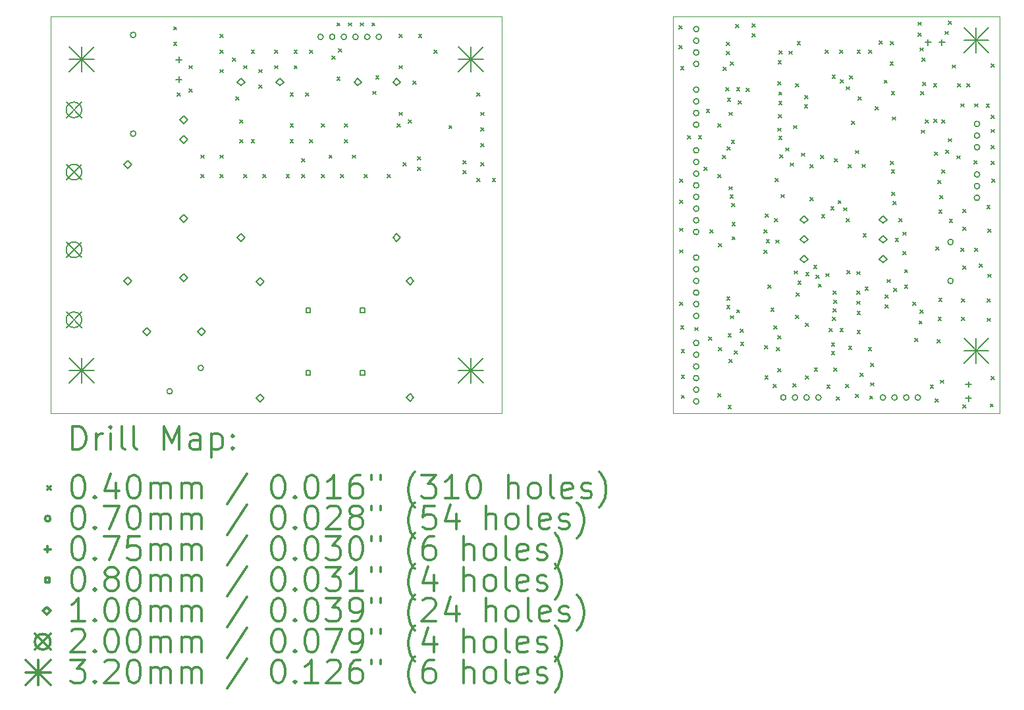
<source format=gbr>
%FSLAX45Y45*%
G04 Gerber Fmt 4.5, Leading zero omitted, Abs format (unit mm)*
G04 Created by KiCad (PCBNEW (5.1.6)-1) date 2020-08-17 10:20:08*
%MOMM*%
%LPD*%
G01*
G04 APERTURE LIST*
%TA.AperFunction,Profile*%
%ADD10C,0.050000*%
%TD*%
%ADD11C,0.200000*%
%ADD12C,0.300000*%
G04 APERTURE END LIST*
D10*
X12200000Y5100000D02*
X12200000Y0D01*
X12200000Y5100000D02*
X8000000Y5100000D01*
X8000000Y0D02*
X8000000Y5100000D01*
X8000000Y0D02*
X12200000Y0D01*
X5800000Y5100000D02*
X5800000Y0D01*
X0Y5100000D02*
X5800000Y5100000D01*
X0Y0D02*
X0Y5100000D01*
X0Y0D02*
X5800000Y0D01*
D11*
X1580000Y4970000D02*
X1620000Y4930000D01*
X1620000Y4970000D02*
X1580000Y4930000D01*
X1580000Y4770000D02*
X1620000Y4730000D01*
X1620000Y4770000D02*
X1580000Y4730000D01*
X1630000Y4120000D02*
X1670000Y4080000D01*
X1670000Y4120000D02*
X1630000Y4080000D01*
X1780000Y4470000D02*
X1820000Y4430000D01*
X1820000Y4470000D02*
X1780000Y4430000D01*
X1780000Y4170000D02*
X1820000Y4130000D01*
X1820000Y4170000D02*
X1780000Y4130000D01*
X1930000Y3320000D02*
X1970000Y3280000D01*
X1970000Y3320000D02*
X1930000Y3280000D01*
X1930000Y3070000D02*
X1970000Y3030000D01*
X1970000Y3070000D02*
X1930000Y3030000D01*
X2180000Y4870000D02*
X2220000Y4830000D01*
X2220000Y4870000D02*
X2180000Y4830000D01*
X2180000Y4670000D02*
X2220000Y4630000D01*
X2220000Y4670000D02*
X2180000Y4630000D01*
X2180000Y4420000D02*
X2220000Y4380000D01*
X2220000Y4420000D02*
X2180000Y4380000D01*
X2180000Y3320000D02*
X2220000Y3280000D01*
X2220000Y3320000D02*
X2180000Y3280000D01*
X2180000Y3070000D02*
X2220000Y3030000D01*
X2220000Y3070000D02*
X2180000Y3030000D01*
X2340000Y4570000D02*
X2380000Y4530000D01*
X2380000Y4570000D02*
X2340000Y4530000D01*
X2380000Y4070000D02*
X2420000Y4030000D01*
X2420000Y4070000D02*
X2380000Y4030000D01*
X2430000Y3770000D02*
X2470000Y3730000D01*
X2470000Y3770000D02*
X2430000Y3730000D01*
X2430000Y3520000D02*
X2470000Y3480000D01*
X2470000Y3520000D02*
X2430000Y3480000D01*
X2480000Y4470000D02*
X2520000Y4430000D01*
X2520000Y4470000D02*
X2480000Y4430000D01*
X2480000Y3070000D02*
X2520000Y3030000D01*
X2520000Y3070000D02*
X2480000Y3030000D01*
X2580000Y4670000D02*
X2620000Y4630000D01*
X2620000Y4670000D02*
X2580000Y4630000D01*
X2580000Y3520000D02*
X2620000Y3480000D01*
X2620000Y3520000D02*
X2580000Y3480000D01*
X2680000Y4420000D02*
X2720000Y4380000D01*
X2720000Y4420000D02*
X2680000Y4380000D01*
X2680000Y4220000D02*
X2720000Y4180000D01*
X2720000Y4220000D02*
X2680000Y4180000D01*
X2730000Y3070000D02*
X2770000Y3030000D01*
X2770000Y3070000D02*
X2730000Y3030000D01*
X2880000Y4670000D02*
X2920000Y4630000D01*
X2920000Y4670000D02*
X2880000Y4630000D01*
X2880000Y4470000D02*
X2920000Y4430000D01*
X2920000Y4470000D02*
X2880000Y4430000D01*
X3030000Y3070000D02*
X3070000Y3030000D01*
X3070000Y3070000D02*
X3030000Y3030000D01*
X3080000Y4120000D02*
X3120000Y4080000D01*
X3120000Y4120000D02*
X3080000Y4080000D01*
X3080000Y3720000D02*
X3120000Y3680000D01*
X3120000Y3720000D02*
X3080000Y3680000D01*
X3080000Y3520000D02*
X3120000Y3480000D01*
X3120000Y3520000D02*
X3080000Y3480000D01*
X3130000Y4670000D02*
X3170000Y4630000D01*
X3170000Y4670000D02*
X3130000Y4630000D01*
X3130000Y4470000D02*
X3170000Y4430000D01*
X3170000Y4470000D02*
X3130000Y4430000D01*
X3230000Y3270000D02*
X3270000Y3230000D01*
X3270000Y3270000D02*
X3230000Y3230000D01*
X3230000Y3070000D02*
X3270000Y3030000D01*
X3270000Y3070000D02*
X3230000Y3030000D01*
X3280000Y4120000D02*
X3320000Y4080000D01*
X3320000Y4120000D02*
X3280000Y4080000D01*
X3330000Y4670000D02*
X3370000Y4630000D01*
X3370000Y4670000D02*
X3330000Y4630000D01*
X3330000Y3520000D02*
X3370000Y3480000D01*
X3370000Y3520000D02*
X3330000Y3480000D01*
X3480000Y3720000D02*
X3520000Y3680000D01*
X3520000Y3720000D02*
X3480000Y3680000D01*
X3480000Y3070000D02*
X3520000Y3030000D01*
X3520000Y3070000D02*
X3480000Y3030000D01*
X3580000Y3320000D02*
X3620000Y3280000D01*
X3620000Y3320000D02*
X3580000Y3280000D01*
X3615000Y4595000D02*
X3655000Y4555000D01*
X3655000Y4595000D02*
X3615000Y4555000D01*
X3680000Y5020000D02*
X3720000Y4980000D01*
X3720000Y5020000D02*
X3680000Y4980000D01*
X3680000Y4320000D02*
X3720000Y4280000D01*
X3720000Y4320000D02*
X3680000Y4280000D01*
X3700000Y4685000D02*
X3740000Y4645000D01*
X3740000Y4685000D02*
X3700000Y4645000D01*
X3730000Y3070000D02*
X3770000Y3030000D01*
X3770000Y3070000D02*
X3730000Y3030000D01*
X3780000Y3720000D02*
X3820000Y3680000D01*
X3820000Y3720000D02*
X3780000Y3680000D01*
X3780000Y3520000D02*
X3820000Y3480000D01*
X3820000Y3520000D02*
X3780000Y3480000D01*
X3830000Y5020000D02*
X3870000Y4980000D01*
X3870000Y5020000D02*
X3830000Y4980000D01*
X3880000Y3320000D02*
X3920000Y3280000D01*
X3920000Y3320000D02*
X3880000Y3280000D01*
X3980000Y5020000D02*
X4020000Y4980000D01*
X4020000Y5020000D02*
X3980000Y4980000D01*
X4030000Y3070000D02*
X4070000Y3030000D01*
X4070000Y3070000D02*
X4030000Y3030000D01*
X4130000Y5020000D02*
X4170000Y4980000D01*
X4170000Y5020000D02*
X4130000Y4980000D01*
X4140000Y4140000D02*
X4180000Y4100000D01*
X4180000Y4140000D02*
X4140000Y4100000D01*
X4180000Y4340000D02*
X4220000Y4300000D01*
X4220000Y4340000D02*
X4180000Y4300000D01*
X4330000Y3070000D02*
X4370000Y3030000D01*
X4370000Y3070000D02*
X4330000Y3030000D01*
X4455000Y3720000D02*
X4495000Y3680000D01*
X4495000Y3720000D02*
X4455000Y3680000D01*
X4480000Y4870000D02*
X4520000Y4830000D01*
X4520000Y4870000D02*
X4480000Y4830000D01*
X4480000Y4470000D02*
X4520000Y4430000D01*
X4520000Y4470000D02*
X4480000Y4430000D01*
X4480000Y3870000D02*
X4520000Y3830000D01*
X4520000Y3870000D02*
X4480000Y3830000D01*
X4530000Y3220000D02*
X4570000Y3180000D01*
X4570000Y3220000D02*
X4530000Y3180000D01*
X4600000Y3770000D02*
X4640000Y3730000D01*
X4640000Y3770000D02*
X4600000Y3730000D01*
X4660000Y4270000D02*
X4700000Y4230000D01*
X4700000Y4270000D02*
X4660000Y4230000D01*
X4720000Y3300000D02*
X4760000Y3260000D01*
X4760000Y3300000D02*
X4720000Y3260000D01*
X4720000Y3160000D02*
X4760000Y3120000D01*
X4760000Y3160000D02*
X4720000Y3120000D01*
X4730000Y4870000D02*
X4770000Y4830000D01*
X4770000Y4870000D02*
X4730000Y4830000D01*
X4930000Y4670000D02*
X4970000Y4630000D01*
X4970000Y4670000D02*
X4930000Y4630000D01*
X5120000Y3700000D02*
X5160000Y3660000D01*
X5160000Y3700000D02*
X5120000Y3660000D01*
X5300000Y3245000D02*
X5340000Y3205000D01*
X5340000Y3245000D02*
X5300000Y3205000D01*
X5300000Y3120000D02*
X5340000Y3080000D01*
X5340000Y3120000D02*
X5300000Y3080000D01*
X5480000Y4120000D02*
X5520000Y4080000D01*
X5520000Y4120000D02*
X5480000Y4080000D01*
X5480000Y3020000D02*
X5520000Y2980000D01*
X5520000Y3020000D02*
X5480000Y2980000D01*
X5530000Y3870000D02*
X5570000Y3830000D01*
X5570000Y3870000D02*
X5530000Y3830000D01*
X5530000Y3670000D02*
X5570000Y3630000D01*
X5570000Y3670000D02*
X5530000Y3630000D01*
X5530000Y3470000D02*
X5570000Y3430000D01*
X5570000Y3470000D02*
X5530000Y3430000D01*
X5530000Y3220000D02*
X5570000Y3180000D01*
X5570000Y3220000D02*
X5530000Y3180000D01*
X5680000Y3020000D02*
X5720000Y2980000D01*
X5720000Y3020000D02*
X5680000Y2980000D01*
X8080000Y4980000D02*
X8120000Y4940000D01*
X8120000Y4980000D02*
X8080000Y4940000D01*
X8080000Y4730000D02*
X8120000Y4690000D01*
X8120000Y4730000D02*
X8080000Y4690000D01*
X8090000Y3010000D02*
X8130000Y2970000D01*
X8130000Y3010000D02*
X8090000Y2970000D01*
X8090000Y2740000D02*
X8130000Y2700000D01*
X8130000Y2740000D02*
X8090000Y2700000D01*
X8090000Y2380000D02*
X8130000Y2340000D01*
X8130000Y2380000D02*
X8090000Y2340000D01*
X8090000Y2100000D02*
X8130000Y2060000D01*
X8130000Y2100000D02*
X8090000Y2060000D01*
X8090000Y1430000D02*
X8130000Y1390000D01*
X8130000Y1430000D02*
X8090000Y1390000D01*
X8100000Y4460000D02*
X8140000Y4420000D01*
X8140000Y4460000D02*
X8100000Y4420000D01*
X8100000Y1120000D02*
X8140000Y1080000D01*
X8140000Y1120000D02*
X8100000Y1080000D01*
X8110000Y820000D02*
X8150000Y780000D01*
X8150000Y820000D02*
X8110000Y780000D01*
X8110000Y490000D02*
X8150000Y450000D01*
X8150000Y490000D02*
X8110000Y450000D01*
X8110000Y230000D02*
X8150000Y190000D01*
X8150000Y230000D02*
X8110000Y190000D01*
X8190000Y3570000D02*
X8230000Y3530000D01*
X8230000Y3570000D02*
X8190000Y3530000D01*
X8280000Y1100000D02*
X8320000Y1060000D01*
X8320000Y1100000D02*
X8280000Y1060000D01*
X8330000Y3570000D02*
X8370000Y3530000D01*
X8370000Y3570000D02*
X8330000Y3530000D01*
X8400000Y3165000D02*
X8440000Y3125000D01*
X8440000Y3165000D02*
X8400000Y3125000D01*
X8430000Y3910000D02*
X8470000Y3870000D01*
X8470000Y3910000D02*
X8430000Y3870000D01*
X8460000Y980000D02*
X8500000Y940000D01*
X8500000Y980000D02*
X8460000Y940000D01*
X8480000Y2360000D02*
X8520000Y2320000D01*
X8520000Y2360000D02*
X8480000Y2320000D01*
X8580000Y3720000D02*
X8620000Y3680000D01*
X8620000Y3720000D02*
X8580000Y3680000D01*
X8580000Y3072000D02*
X8620000Y3032000D01*
X8620000Y3072000D02*
X8580000Y3032000D01*
X8580000Y250000D02*
X8620000Y210000D01*
X8620000Y250000D02*
X8580000Y210000D01*
X8590000Y2180000D02*
X8630000Y2140000D01*
X8630000Y2180000D02*
X8590000Y2140000D01*
X8590000Y840000D02*
X8630000Y800000D01*
X8630000Y840000D02*
X8590000Y800000D01*
X8636000Y3316000D02*
X8676000Y3276000D01*
X8676000Y3316000D02*
X8636000Y3276000D01*
X8645000Y4450000D02*
X8685000Y4410000D01*
X8685000Y4450000D02*
X8645000Y4410000D01*
X8680000Y4190000D02*
X8720000Y4150000D01*
X8720000Y4190000D02*
X8680000Y4150000D01*
X8688000Y4652000D02*
X8728000Y4612000D01*
X8728000Y4652000D02*
X8688000Y4612000D01*
X8690000Y4770000D02*
X8730000Y4730000D01*
X8730000Y4770000D02*
X8690000Y4730000D01*
X8692500Y1497500D02*
X8732500Y1457500D01*
X8732500Y1497500D02*
X8692500Y1457500D01*
X8692500Y1385000D02*
X8732500Y1345000D01*
X8732500Y1385000D02*
X8692500Y1345000D01*
X8698000Y3427000D02*
X8738000Y3387000D01*
X8738000Y3427000D02*
X8698000Y3387000D01*
X8702500Y4050000D02*
X8742500Y4010000D01*
X8742500Y4050000D02*
X8702500Y4010000D01*
X8710000Y1020000D02*
X8750000Y980000D01*
X8750000Y1020000D02*
X8710000Y980000D01*
X8710000Y100000D02*
X8750000Y60000D01*
X8750000Y100000D02*
X8710000Y60000D01*
X8720000Y3870000D02*
X8760000Y3830000D01*
X8760000Y3870000D02*
X8720000Y3830000D01*
X8720000Y2914000D02*
X8760000Y2874000D01*
X8760000Y2914000D02*
X8720000Y2874000D01*
X8721000Y690000D02*
X8761000Y650000D01*
X8761000Y690000D02*
X8721000Y650000D01*
X8736000Y2804000D02*
X8776000Y2764000D01*
X8776000Y2804000D02*
X8736000Y2764000D01*
X8737500Y4517500D02*
X8777500Y4477500D01*
X8777500Y4517500D02*
X8737500Y4477500D01*
X8742500Y1252500D02*
X8782500Y1212500D01*
X8782500Y1252500D02*
X8742500Y1212500D01*
X8752000Y3512000D02*
X8792000Y3472000D01*
X8792000Y3512000D02*
X8752000Y3472000D01*
X8756000Y2698000D02*
X8796000Y2658000D01*
X8796000Y2698000D02*
X8756000Y2658000D01*
X8760000Y2450000D02*
X8800000Y2410000D01*
X8800000Y2450000D02*
X8760000Y2410000D01*
X8760000Y2270000D02*
X8800000Y2230000D01*
X8800000Y2270000D02*
X8760000Y2230000D01*
X8790000Y800000D02*
X8830000Y760000D01*
X8830000Y800000D02*
X8790000Y760000D01*
X8810000Y5000000D02*
X8850000Y4960000D01*
X8850000Y5000000D02*
X8810000Y4960000D01*
X8820000Y4190000D02*
X8860000Y4150000D01*
X8860000Y4190000D02*
X8820000Y4150000D01*
X8820000Y1330000D02*
X8860000Y1290000D01*
X8860000Y1330000D02*
X8820000Y1290000D01*
X8840000Y4020000D02*
X8880000Y3980000D01*
X8880000Y4020000D02*
X8840000Y3980000D01*
X8865000Y1077500D02*
X8905000Y1037500D01*
X8905000Y1077500D02*
X8865000Y1037500D01*
X8870000Y910000D02*
X8910000Y870000D01*
X8910000Y910000D02*
X8870000Y870000D01*
X8941000Y4178000D02*
X8981000Y4138000D01*
X8981000Y4178000D02*
X8941000Y4138000D01*
X9020000Y5010000D02*
X9060000Y4970000D01*
X9060000Y5010000D02*
X9020000Y4970000D01*
X9020000Y4880000D02*
X9060000Y4840000D01*
X9060000Y4880000D02*
X9020000Y4840000D01*
X9170000Y2360000D02*
X9210000Y2320000D01*
X9210000Y2360000D02*
X9170000Y2320000D01*
X9170000Y2097500D02*
X9210000Y2057500D01*
X9210000Y2097500D02*
X9170000Y2057500D01*
X9180000Y870000D02*
X9220000Y830000D01*
X9220000Y870000D02*
X9180000Y830000D01*
X9184000Y481000D02*
X9224000Y441000D01*
X9224000Y481000D02*
X9184000Y441000D01*
X9190000Y2562000D02*
X9230000Y2522000D01*
X9230000Y2562000D02*
X9190000Y2522000D01*
X9200000Y2233000D02*
X9240000Y2193000D01*
X9240000Y2233000D02*
X9200000Y2193000D01*
X9225000Y1647500D02*
X9265000Y1607500D01*
X9265000Y1647500D02*
X9225000Y1607500D01*
X9260000Y1350000D02*
X9300000Y1310000D01*
X9300000Y1350000D02*
X9260000Y1310000D01*
X9290000Y370000D02*
X9330000Y330000D01*
X9330000Y370000D02*
X9290000Y330000D01*
X9300000Y1120000D02*
X9340000Y1080000D01*
X9340000Y1120000D02*
X9300000Y1080000D01*
X9305000Y2503000D02*
X9345000Y2463000D01*
X9345000Y2503000D02*
X9305000Y2463000D01*
X9316000Y3018000D02*
X9356000Y2978000D01*
X9356000Y3018000D02*
X9316000Y2978000D01*
X9322000Y2228000D02*
X9362000Y2188000D01*
X9362000Y2228000D02*
X9322000Y2188000D01*
X9335000Y840000D02*
X9375000Y800000D01*
X9375000Y840000D02*
X9335000Y800000D01*
X9348000Y3667000D02*
X9388000Y3627000D01*
X9388000Y3667000D02*
X9348000Y3627000D01*
X9350000Y995000D02*
X9390000Y955000D01*
X9390000Y995000D02*
X9350000Y955000D01*
X9350000Y570000D02*
X9390000Y530000D01*
X9390000Y570000D02*
X9350000Y530000D01*
X9352000Y4263000D02*
X9392000Y4223000D01*
X9392000Y4263000D02*
X9352000Y4223000D01*
X9352500Y4535000D02*
X9392500Y4495000D01*
X9392500Y4535000D02*
X9352500Y4495000D01*
X9360000Y3840000D02*
X9400000Y3800000D01*
X9400000Y3840000D02*
X9360000Y3800000D01*
X9361000Y4009000D02*
X9401000Y3969000D01*
X9401000Y4009000D02*
X9361000Y3969000D01*
X9361000Y3560000D02*
X9401000Y3520000D01*
X9401000Y3560000D02*
X9361000Y3520000D01*
X9362000Y4132000D02*
X9402000Y4092000D01*
X9402000Y4132000D02*
X9362000Y4092000D01*
X9364000Y4660000D02*
X9404000Y4620000D01*
X9404000Y4660000D02*
X9364000Y4620000D01*
X9372000Y3322000D02*
X9412000Y3282000D01*
X9412000Y3322000D02*
X9372000Y3282000D01*
X9389000Y2812000D02*
X9429000Y2772000D01*
X9429000Y2812000D02*
X9389000Y2772000D01*
X9451000Y3412000D02*
X9491000Y3372000D01*
X9491000Y3412000D02*
X9451000Y3372000D01*
X9491000Y4658000D02*
X9531000Y4618000D01*
X9531000Y4658000D02*
X9491000Y4618000D01*
X9508000Y3217000D02*
X9548000Y3177000D01*
X9548000Y3217000D02*
X9508000Y3177000D01*
X9545000Y375000D02*
X9585000Y335000D01*
X9585000Y375000D02*
X9545000Y335000D01*
X9550000Y3700000D02*
X9590000Y3660000D01*
X9590000Y3700000D02*
X9550000Y3660000D01*
X9560000Y1830000D02*
X9600000Y1790000D01*
X9600000Y1830000D02*
X9560000Y1790000D01*
X9575000Y1260000D02*
X9615000Y1220000D01*
X9615000Y1260000D02*
X9575000Y1220000D01*
X9576000Y4237000D02*
X9616000Y4197000D01*
X9616000Y4237000D02*
X9576000Y4197000D01*
X9585000Y1545000D02*
X9625000Y1505000D01*
X9625000Y1545000D02*
X9585000Y1505000D01*
X9600000Y4780000D02*
X9640000Y4740000D01*
X9640000Y4780000D02*
X9600000Y4740000D01*
X9607500Y1697500D02*
X9647500Y1657500D01*
X9647500Y1697500D02*
X9607500Y1657500D01*
X9655000Y3345000D02*
X9695000Y3305000D01*
X9695000Y3345000D02*
X9655000Y3305000D01*
X9692500Y3965000D02*
X9732500Y3925000D01*
X9732500Y3965000D02*
X9692500Y3925000D01*
X9699000Y4087000D02*
X9739000Y4047000D01*
X9739000Y4087000D02*
X9699000Y4047000D01*
X9705000Y1155000D02*
X9745000Y1115000D01*
X9745000Y1155000D02*
X9705000Y1115000D01*
X9705000Y480000D02*
X9745000Y440000D01*
X9745000Y480000D02*
X9705000Y440000D01*
X9710000Y1810000D02*
X9750000Y1770000D01*
X9750000Y1810000D02*
X9710000Y1770000D01*
X9765000Y3195000D02*
X9805000Y3155000D01*
X9805000Y3195000D02*
X9765000Y3155000D01*
X9765000Y2776000D02*
X9805000Y2736000D01*
X9805000Y2776000D02*
X9765000Y2736000D01*
X9810000Y1900000D02*
X9850000Y1860000D01*
X9850000Y1900000D02*
X9810000Y1860000D01*
X9820000Y580000D02*
X9860000Y540000D01*
X9860000Y580000D02*
X9820000Y540000D01*
X9840000Y1775000D02*
X9880000Y1735000D01*
X9880000Y1775000D02*
X9840000Y1735000D01*
X9870000Y1660000D02*
X9910000Y1620000D01*
X9910000Y1660000D02*
X9870000Y1620000D01*
X9900000Y3315000D02*
X9940000Y3275000D01*
X9940000Y3315000D02*
X9900000Y3275000D01*
X9913000Y2551000D02*
X9953000Y2511000D01*
X9953000Y2551000D02*
X9913000Y2511000D01*
X9960000Y4670000D02*
X10000000Y4630000D01*
X10000000Y4670000D02*
X9960000Y4630000D01*
X9970000Y1795000D02*
X10010000Y1755000D01*
X10010000Y1795000D02*
X9970000Y1755000D01*
X9980000Y360000D02*
X10020000Y320000D01*
X10020000Y360000D02*
X9980000Y320000D01*
X10010000Y1090000D02*
X10050000Y1050000D01*
X10050000Y1090000D02*
X10010000Y1050000D01*
X10031000Y2654000D02*
X10071000Y2614000D01*
X10071000Y2654000D02*
X10031000Y2614000D01*
X10040000Y900000D02*
X10080000Y860000D01*
X10080000Y900000D02*
X10040000Y860000D01*
X10040000Y790000D02*
X10080000Y750000D01*
X10080000Y790000D02*
X10040000Y750000D01*
X10047000Y4347000D02*
X10087000Y4307000D01*
X10087000Y4347000D02*
X10047000Y4307000D01*
X10055000Y1235000D02*
X10095000Y1195000D01*
X10095000Y1235000D02*
X10055000Y1195000D01*
X10060000Y1340000D02*
X10100000Y1300000D01*
X10100000Y1340000D02*
X10060000Y1300000D01*
X10062500Y1570000D02*
X10102500Y1530000D01*
X10102500Y1570000D02*
X10062500Y1530000D01*
X10067500Y1450000D02*
X10107500Y1410000D01*
X10107500Y1450000D02*
X10067500Y1410000D01*
X10070000Y580000D02*
X10110000Y540000D01*
X10110000Y580000D02*
X10070000Y540000D01*
X10080000Y3270000D02*
X10120000Y3230000D01*
X10120000Y3270000D02*
X10080000Y3230000D01*
X10100000Y210000D02*
X10140000Y170000D01*
X10140000Y210000D02*
X10100000Y170000D01*
X10124000Y2735000D02*
X10164000Y2695000D01*
X10164000Y2735000D02*
X10124000Y2695000D01*
X10145000Y4667500D02*
X10185000Y4627500D01*
X10185000Y4667500D02*
X10145000Y4627500D01*
X10150000Y1090000D02*
X10190000Y1050000D01*
X10190000Y1090000D02*
X10150000Y1050000D01*
X10155000Y4290000D02*
X10195000Y4250000D01*
X10195000Y4290000D02*
X10155000Y4250000D01*
X10195000Y2643000D02*
X10235000Y2603000D01*
X10235000Y2643000D02*
X10195000Y2603000D01*
X10220000Y370000D02*
X10260000Y330000D01*
X10260000Y370000D02*
X10220000Y330000D01*
X10230000Y4200000D02*
X10270000Y4160000D01*
X10270000Y4200000D02*
X10230000Y4160000D01*
X10230000Y2500000D02*
X10270000Y2460000D01*
X10270000Y2500000D02*
X10230000Y2460000D01*
X10240000Y1832500D02*
X10280000Y1792500D01*
X10280000Y1832500D02*
X10240000Y1792500D01*
X10255000Y3195000D02*
X10295000Y3155000D01*
X10295000Y3195000D02*
X10255000Y3155000D01*
X10259000Y858000D02*
X10299000Y818000D01*
X10299000Y858000D02*
X10259000Y818000D01*
X10270000Y4340000D02*
X10310000Y4300000D01*
X10310000Y4340000D02*
X10270000Y4300000D01*
X10297500Y3757500D02*
X10337500Y3717500D01*
X10337500Y3757500D02*
X10297500Y3717500D01*
X10350000Y3377500D02*
X10390000Y3337500D01*
X10390000Y3377500D02*
X10350000Y3337500D01*
X10350000Y240000D02*
X10390000Y200000D01*
X10390000Y240000D02*
X10350000Y200000D01*
X10365000Y1820000D02*
X10405000Y1780000D01*
X10405000Y1820000D02*
X10365000Y1780000D01*
X10365000Y1570000D02*
X10405000Y1530000D01*
X10405000Y1570000D02*
X10365000Y1530000D01*
X10365000Y1440000D02*
X10405000Y1400000D01*
X10405000Y1440000D02*
X10365000Y1400000D01*
X10370000Y4670000D02*
X10410000Y4630000D01*
X10410000Y4670000D02*
X10370000Y4630000D01*
X10370000Y1310000D02*
X10410000Y1270000D01*
X10410000Y1310000D02*
X10370000Y1270000D01*
X10370000Y1060000D02*
X10410000Y1020000D01*
X10410000Y1060000D02*
X10370000Y1020000D01*
X10383000Y4069000D02*
X10423000Y4029000D01*
X10423000Y4069000D02*
X10383000Y4029000D01*
X10410000Y510000D02*
X10450000Y470000D01*
X10450000Y510000D02*
X10410000Y470000D01*
X10430000Y3200000D02*
X10470000Y3160000D01*
X10470000Y3200000D02*
X10430000Y3160000D01*
X10445000Y2305000D02*
X10485000Y2265000D01*
X10485000Y2305000D02*
X10445000Y2265000D01*
X10470000Y1620000D02*
X10510000Y1580000D01*
X10510000Y1620000D02*
X10470000Y1580000D01*
X10512500Y840000D02*
X10552500Y800000D01*
X10552500Y840000D02*
X10512500Y800000D01*
X10520000Y4670000D02*
X10560000Y4630000D01*
X10560000Y4670000D02*
X10520000Y4630000D01*
X10530000Y220000D02*
X10570000Y180000D01*
X10570000Y220000D02*
X10530000Y180000D01*
X10540000Y640000D02*
X10580000Y600000D01*
X10580000Y640000D02*
X10540000Y600000D01*
X10540000Y390000D02*
X10580000Y350000D01*
X10580000Y390000D02*
X10540000Y350000D01*
X10605000Y3942500D02*
X10645000Y3902500D01*
X10645000Y3942500D02*
X10605000Y3902500D01*
X10651000Y4786000D02*
X10691000Y4746000D01*
X10691000Y4786000D02*
X10651000Y4746000D01*
X10717000Y4284000D02*
X10757000Y4244000D01*
X10757000Y4284000D02*
X10717000Y4244000D01*
X10730000Y1520000D02*
X10770000Y1480000D01*
X10770000Y1520000D02*
X10730000Y1480000D01*
X10730000Y1395000D02*
X10770000Y1355000D01*
X10770000Y1395000D02*
X10730000Y1355000D01*
X10755000Y1720000D02*
X10795000Y1680000D01*
X10795000Y1720000D02*
X10755000Y1680000D01*
X10793000Y4517000D02*
X10833000Y4477000D01*
X10833000Y4517000D02*
X10793000Y4477000D01*
X10797000Y3236000D02*
X10837000Y3196000D01*
X10837000Y3236000D02*
X10797000Y3196000D01*
X10800000Y4780000D02*
X10840000Y4740000D01*
X10840000Y4780000D02*
X10800000Y4740000D01*
X10809000Y3129000D02*
X10849000Y3089000D01*
X10849000Y3129000D02*
X10809000Y3089000D01*
X10810000Y4135000D02*
X10850000Y4095000D01*
X10850000Y4135000D02*
X10810000Y4095000D01*
X10815000Y2843000D02*
X10855000Y2803000D01*
X10855000Y2843000D02*
X10815000Y2803000D01*
X10820000Y3810000D02*
X10860000Y3770000D01*
X10860000Y3810000D02*
X10820000Y3770000D01*
X10830000Y2720000D02*
X10870000Y2680000D01*
X10870000Y2720000D02*
X10830000Y2680000D01*
X10839000Y1607000D02*
X10879000Y1567000D01*
X10879000Y1607000D02*
X10839000Y1567000D01*
X10860000Y2250000D02*
X10900000Y2210000D01*
X10900000Y2250000D02*
X10860000Y2210000D01*
X10905000Y2502000D02*
X10945000Y2462000D01*
X10945000Y2502000D02*
X10905000Y2462000D01*
X10955000Y2076000D02*
X10995000Y2036000D01*
X10995000Y2076000D02*
X10955000Y2036000D01*
X10957000Y2328000D02*
X10997000Y2288000D01*
X10997000Y2328000D02*
X10957000Y2288000D01*
X10980000Y1845000D02*
X11020000Y1805000D01*
X11020000Y1845000D02*
X10980000Y1805000D01*
X10980000Y1645000D02*
X11020000Y1605000D01*
X11020000Y1645000D02*
X10980000Y1605000D01*
X11082500Y1430000D02*
X11122500Y1390000D01*
X11122500Y1430000D02*
X11082500Y1390000D01*
X11110000Y960000D02*
X11150000Y920000D01*
X11150000Y960000D02*
X11110000Y920000D01*
X11150000Y5030000D02*
X11190000Y4990000D01*
X11190000Y5030000D02*
X11150000Y4990000D01*
X11150000Y4890000D02*
X11190000Y4850000D01*
X11190000Y4890000D02*
X11150000Y4850000D01*
X11165000Y1185000D02*
X11205000Y1145000D01*
X11205000Y1185000D02*
X11165000Y1145000D01*
X11180000Y4700000D02*
X11220000Y4660000D01*
X11220000Y4700000D02*
X11180000Y4660000D01*
X11180000Y1327500D02*
X11220000Y1287500D01*
X11220000Y1327500D02*
X11180000Y1287500D01*
X11187000Y4135000D02*
X11227000Y4095000D01*
X11227000Y4135000D02*
X11187000Y4095000D01*
X11192000Y3641000D02*
X11232000Y3601000D01*
X11232000Y3641000D02*
X11192000Y3601000D01*
X11203000Y4566000D02*
X11243000Y4526000D01*
X11243000Y4566000D02*
X11203000Y4526000D01*
X11213000Y4256000D02*
X11253000Y4216000D01*
X11253000Y4256000D02*
X11213000Y4216000D01*
X11248000Y3772000D02*
X11288000Y3732000D01*
X11288000Y3772000D02*
X11248000Y3732000D01*
X11310000Y360000D02*
X11350000Y320000D01*
X11350000Y360000D02*
X11310000Y320000D01*
X11352000Y4239000D02*
X11392000Y4199000D01*
X11392000Y4239000D02*
X11352000Y4199000D01*
X11357000Y3780000D02*
X11397000Y3740000D01*
X11397000Y3780000D02*
X11357000Y3740000D01*
X11367000Y3356000D02*
X11407000Y3316000D01*
X11407000Y3356000D02*
X11367000Y3316000D01*
X11370000Y180000D02*
X11410000Y140000D01*
X11410000Y180000D02*
X11370000Y140000D01*
X11380000Y2140000D02*
X11420000Y2100000D01*
X11420000Y2140000D02*
X11380000Y2100000D01*
X11397500Y942500D02*
X11437500Y902500D01*
X11437500Y942500D02*
X11397500Y902500D01*
X11405000Y2995000D02*
X11445000Y2955000D01*
X11445000Y2995000D02*
X11405000Y2955000D01*
X11410000Y1230000D02*
X11450000Y1190000D01*
X11450000Y1230000D02*
X11410000Y1190000D01*
X11420000Y2610000D02*
X11460000Y2570000D01*
X11460000Y2610000D02*
X11420000Y2570000D01*
X11420000Y1480000D02*
X11460000Y1440000D01*
X11460000Y1480000D02*
X11420000Y1440000D01*
X11430000Y2800000D02*
X11470000Y2760000D01*
X11470000Y2800000D02*
X11430000Y2760000D01*
X11440000Y422500D02*
X11480000Y382500D01*
X11480000Y422500D02*
X11440000Y382500D01*
X11458250Y3130750D02*
X11498250Y3090750D01*
X11498250Y3130750D02*
X11458250Y3090750D01*
X11459000Y3774000D02*
X11499000Y3734000D01*
X11499000Y3774000D02*
X11459000Y3734000D01*
X11500000Y4910000D02*
X11540000Y4870000D01*
X11540000Y4910000D02*
X11500000Y4870000D01*
X11510000Y3380000D02*
X11550000Y3340000D01*
X11550000Y3380000D02*
X11510000Y3340000D01*
X11540000Y5040000D02*
X11580000Y5000000D01*
X11580000Y5040000D02*
X11540000Y5000000D01*
X11540000Y3530000D02*
X11580000Y3490000D01*
X11580000Y3530000D02*
X11540000Y3490000D01*
X11555000Y2495000D02*
X11595000Y2455000D01*
X11595000Y2495000D02*
X11555000Y2455000D01*
X11590000Y4480000D02*
X11630000Y4440000D01*
X11630000Y4480000D02*
X11590000Y4440000D01*
X11650000Y3310000D02*
X11690000Y3270000D01*
X11690000Y3310000D02*
X11650000Y3270000D01*
X11660000Y4240000D02*
X11700000Y4200000D01*
X11700000Y4240000D02*
X11660000Y4200000D01*
X11700000Y3980000D02*
X11740000Y3940000D01*
X11740000Y3980000D02*
X11700000Y3940000D01*
X11705000Y2120000D02*
X11745000Y2080000D01*
X11745000Y2120000D02*
X11705000Y2080000D01*
X11710000Y1470000D02*
X11750000Y1430000D01*
X11750000Y1470000D02*
X11710000Y1430000D01*
X11710000Y1230000D02*
X11750000Y1190000D01*
X11750000Y1230000D02*
X11710000Y1190000D01*
X11730000Y2620000D02*
X11770000Y2580000D01*
X11770000Y2620000D02*
X11730000Y2580000D01*
X11730000Y2395000D02*
X11770000Y2355000D01*
X11770000Y2395000D02*
X11730000Y2355000D01*
X11730000Y1895000D02*
X11770000Y1855000D01*
X11770000Y1895000D02*
X11730000Y1855000D01*
X11730000Y107500D02*
X11770000Y67500D01*
X11770000Y107500D02*
X11730000Y67500D01*
X11780000Y4240000D02*
X11820000Y4200000D01*
X11820000Y4240000D02*
X11780000Y4200000D01*
X11870000Y3250000D02*
X11910000Y3210000D01*
X11910000Y3250000D02*
X11870000Y3210000D01*
X11880000Y3980000D02*
X11920000Y3940000D01*
X11920000Y3980000D02*
X11880000Y3940000D01*
X11880000Y2120000D02*
X11920000Y2080000D01*
X11920000Y2120000D02*
X11880000Y2080000D01*
X11942500Y1917500D02*
X11982500Y1877500D01*
X11982500Y1917500D02*
X11942500Y1877500D01*
X12030000Y3972500D02*
X12070000Y3932500D01*
X12070000Y3972500D02*
X12030000Y3932500D01*
X12037500Y2672500D02*
X12077500Y2632500D01*
X12077500Y2672500D02*
X12037500Y2632500D01*
X12040000Y1470000D02*
X12080000Y1430000D01*
X12080000Y1470000D02*
X12040000Y1430000D01*
X12040000Y1220000D02*
X12080000Y1180000D01*
X12080000Y1220000D02*
X12040000Y1180000D01*
X12047500Y2365000D02*
X12087500Y2325000D01*
X12087500Y2365000D02*
X12047500Y2325000D01*
X12052500Y1787500D02*
X12092500Y1747500D01*
X12092500Y1787500D02*
X12052500Y1747500D01*
X12080000Y120000D02*
X12120000Y80000D01*
X12120000Y120000D02*
X12080000Y80000D01*
X12090000Y4490000D02*
X12130000Y4450000D01*
X12130000Y4490000D02*
X12090000Y4450000D01*
X12090000Y3830000D02*
X12130000Y3790000D01*
X12130000Y3830000D02*
X12090000Y3790000D01*
X12090000Y3650000D02*
X12130000Y3610000D01*
X12130000Y3650000D02*
X12090000Y3610000D01*
X12090000Y3440000D02*
X12130000Y3400000D01*
X12130000Y3440000D02*
X12090000Y3400000D01*
X12090000Y3240000D02*
X12130000Y3200000D01*
X12130000Y3240000D02*
X12090000Y3200000D01*
X12090000Y470000D02*
X12130000Y430000D01*
X12130000Y470000D02*
X12090000Y430000D01*
X12100000Y3010000D02*
X12140000Y2970000D01*
X12140000Y3010000D02*
X12100000Y2970000D01*
X11605000Y2200000D02*
G75*
G03*
X11605000Y2200000I-35000J0D01*
G01*
X11605000Y1700000D02*
G75*
G03*
X11605000Y1700000I-35000J0D01*
G01*
X8335000Y4940000D02*
G75*
G03*
X8335000Y4940000I-35000J0D01*
G01*
X8335000Y4790000D02*
G75*
G03*
X8335000Y4790000I-35000J0D01*
G01*
X8335000Y4640000D02*
G75*
G03*
X8335000Y4640000I-35000J0D01*
G01*
X8335000Y4490000D02*
G75*
G03*
X8335000Y4490000I-35000J0D01*
G01*
X8335000Y2000000D02*
G75*
G03*
X8335000Y2000000I-35000J0D01*
G01*
X8335000Y1850000D02*
G75*
G03*
X8335000Y1850000I-35000J0D01*
G01*
X8335000Y1700000D02*
G75*
G03*
X8335000Y1700000I-35000J0D01*
G01*
X8335000Y1550000D02*
G75*
G03*
X8335000Y1550000I-35000J0D01*
G01*
X8335000Y1400000D02*
G75*
G03*
X8335000Y1400000I-35000J0D01*
G01*
X8335000Y1250000D02*
G75*
G03*
X8335000Y1250000I-35000J0D01*
G01*
X1095000Y4865000D02*
G75*
G03*
X1095000Y4865000I-35000J0D01*
G01*
X1095000Y3595000D02*
G75*
G03*
X1095000Y3595000I-35000J0D01*
G01*
X8335000Y3380000D02*
G75*
G03*
X8335000Y3380000I-35000J0D01*
G01*
X8335000Y3230000D02*
G75*
G03*
X8335000Y3230000I-35000J0D01*
G01*
X8335000Y3080000D02*
G75*
G03*
X8335000Y3080000I-35000J0D01*
G01*
X8335000Y2930000D02*
G75*
G03*
X8335000Y2930000I-35000J0D01*
G01*
X8335000Y2780000D02*
G75*
G03*
X8335000Y2780000I-35000J0D01*
G01*
X8335000Y2630000D02*
G75*
G03*
X8335000Y2630000I-35000J0D01*
G01*
X8335000Y2480000D02*
G75*
G03*
X8335000Y2480000I-35000J0D01*
G01*
X8335000Y2330000D02*
G75*
G03*
X8335000Y2330000I-35000J0D01*
G01*
X8335000Y4160000D02*
G75*
G03*
X8335000Y4160000I-35000J0D01*
G01*
X8335000Y4010000D02*
G75*
G03*
X8335000Y4010000I-35000J0D01*
G01*
X8335000Y3860000D02*
G75*
G03*
X8335000Y3860000I-35000J0D01*
G01*
X8335000Y3710000D02*
G75*
G03*
X8335000Y3710000I-35000J0D01*
G01*
X9455000Y200000D02*
G75*
G03*
X9455000Y200000I-35000J0D01*
G01*
X9605000Y200000D02*
G75*
G03*
X9605000Y200000I-35000J0D01*
G01*
X9755000Y200000D02*
G75*
G03*
X9755000Y200000I-35000J0D01*
G01*
X9905000Y200000D02*
G75*
G03*
X9905000Y200000I-35000J0D01*
G01*
X3505000Y4840000D02*
G75*
G03*
X3505000Y4840000I-35000J0D01*
G01*
X3655000Y4840000D02*
G75*
G03*
X3655000Y4840000I-35000J0D01*
G01*
X3805000Y4840000D02*
G75*
G03*
X3805000Y4840000I-35000J0D01*
G01*
X3955000Y4840000D02*
G75*
G03*
X3955000Y4840000I-35000J0D01*
G01*
X4105000Y4840000D02*
G75*
G03*
X4105000Y4840000I-35000J0D01*
G01*
X4255000Y4840000D02*
G75*
G03*
X4255000Y4840000I-35000J0D01*
G01*
X8335000Y900000D02*
G75*
G03*
X8335000Y900000I-35000J0D01*
G01*
X8335000Y750000D02*
G75*
G03*
X8335000Y750000I-35000J0D01*
G01*
X8335000Y600000D02*
G75*
G03*
X8335000Y600000I-35000J0D01*
G01*
X8335000Y450000D02*
G75*
G03*
X8335000Y450000I-35000J0D01*
G01*
X8335000Y300000D02*
G75*
G03*
X8335000Y300000I-35000J0D01*
G01*
X8335000Y150000D02*
G75*
G03*
X8335000Y150000I-35000J0D01*
G01*
X1565000Y280000D02*
G75*
G03*
X1565000Y280000I-35000J0D01*
G01*
X1965000Y580000D02*
G75*
G03*
X1965000Y580000I-35000J0D01*
G01*
X11945000Y3070000D02*
G75*
G03*
X11945000Y3070000I-35000J0D01*
G01*
X11945000Y2920000D02*
G75*
G03*
X11945000Y2920000I-35000J0D01*
G01*
X11945000Y2770000D02*
G75*
G03*
X11945000Y2770000I-35000J0D01*
G01*
X10735000Y200000D02*
G75*
G03*
X10735000Y200000I-35000J0D01*
G01*
X10885000Y200000D02*
G75*
G03*
X10885000Y200000I-35000J0D01*
G01*
X11035000Y200000D02*
G75*
G03*
X11035000Y200000I-35000J0D01*
G01*
X11185000Y200000D02*
G75*
G03*
X11185000Y200000I-35000J0D01*
G01*
X11945000Y3720000D02*
G75*
G03*
X11945000Y3720000I-35000J0D01*
G01*
X11945000Y3570000D02*
G75*
G03*
X11945000Y3570000I-35000J0D01*
G01*
X11945000Y3420000D02*
G75*
G03*
X11945000Y3420000I-35000J0D01*
G01*
X1650000Y4584500D02*
X1650000Y4509500D01*
X1612500Y4547000D02*
X1687500Y4547000D01*
X1650000Y4330500D02*
X1650000Y4255500D01*
X1612500Y4293000D02*
X1687500Y4293000D01*
X11800000Y407500D02*
X11800000Y332500D01*
X11762500Y370000D02*
X11837500Y370000D01*
X11800000Y227500D02*
X11800000Y152500D01*
X11762500Y190000D02*
X11837500Y190000D01*
X11280000Y4807500D02*
X11280000Y4732500D01*
X11242500Y4770000D02*
X11317500Y4770000D01*
X11460000Y4807500D02*
X11460000Y4732500D01*
X11422500Y4770000D02*
X11497500Y4770000D01*
X3338284Y1291716D02*
X3338284Y1348285D01*
X3281715Y1348285D01*
X3281715Y1291716D01*
X3338284Y1291716D01*
X3338284Y491715D02*
X3338284Y548285D01*
X3281715Y548285D01*
X3281715Y491715D01*
X3338284Y491715D01*
X4038284Y1291716D02*
X4038284Y1348285D01*
X3981715Y1348285D01*
X3981715Y1291716D01*
X4038284Y1291716D01*
X4038284Y491715D02*
X4038284Y548285D01*
X3981715Y548285D01*
X3981715Y491715D01*
X4038284Y491715D01*
X10700000Y2440000D02*
X10750000Y2490000D01*
X10700000Y2540000D01*
X10650000Y2490000D01*
X10700000Y2440000D01*
X10700000Y2186000D02*
X10750000Y2236000D01*
X10700000Y2286000D01*
X10650000Y2236000D01*
X10700000Y2186000D01*
X10700000Y1932000D02*
X10750000Y1982000D01*
X10700000Y2032000D01*
X10650000Y1982000D01*
X10700000Y1932000D01*
X9684000Y2440000D02*
X9734000Y2490000D01*
X9684000Y2540000D01*
X9634000Y2490000D01*
X9684000Y2440000D01*
X9684000Y2186000D02*
X9734000Y2236000D01*
X9684000Y2286000D01*
X9634000Y2236000D01*
X9684000Y2186000D01*
X9684000Y1932000D02*
X9734000Y1982000D01*
X9684000Y2032000D01*
X9634000Y1982000D01*
X9684000Y1932000D01*
X2450000Y4210000D02*
X2500000Y4260000D01*
X2450000Y4310000D01*
X2400000Y4260000D01*
X2450000Y4210000D01*
X2450000Y2210000D02*
X2500000Y2260000D01*
X2450000Y2310000D01*
X2400000Y2260000D01*
X2450000Y2210000D01*
X2950000Y4210000D02*
X3000000Y4260000D01*
X2950000Y4310000D01*
X2900000Y4260000D01*
X2950000Y4210000D01*
X3950000Y4210000D02*
X4000000Y4260000D01*
X3950000Y4310000D01*
X3900000Y4260000D01*
X3950000Y4210000D01*
X4450000Y4210000D02*
X4500000Y4260000D01*
X4450000Y4310000D01*
X4400000Y4260000D01*
X4450000Y4210000D01*
X4450000Y2210000D02*
X4500000Y2260000D01*
X4450000Y2310000D01*
X4400000Y2260000D01*
X4450000Y2210000D01*
X2690000Y1640000D02*
X2740000Y1690000D01*
X2690000Y1740000D01*
X2640000Y1690000D01*
X2690000Y1640000D01*
X2690000Y140000D02*
X2740000Y190000D01*
X2690000Y240000D01*
X2640000Y190000D01*
X2690000Y140000D01*
X1710000Y3725000D02*
X1760000Y3775000D01*
X1710000Y3825000D01*
X1660000Y3775000D01*
X1710000Y3725000D01*
X1710000Y3471000D02*
X1760000Y3521000D01*
X1710000Y3571000D01*
X1660000Y3521000D01*
X1710000Y3471000D01*
X1710000Y2455000D02*
X1760000Y2505000D01*
X1710000Y2555000D01*
X1660000Y2505000D01*
X1710000Y2455000D01*
X1710000Y1693000D02*
X1760000Y1743000D01*
X1710000Y1793000D01*
X1660000Y1743000D01*
X1710000Y1693000D01*
X4620000Y1650000D02*
X4670000Y1700000D01*
X4620000Y1750000D01*
X4570000Y1700000D01*
X4620000Y1650000D01*
X4620000Y150000D02*
X4670000Y200000D01*
X4620000Y250000D01*
X4570000Y200000D01*
X4620000Y150000D01*
X990000Y3150000D02*
X1040000Y3200000D01*
X990000Y3250000D01*
X940000Y3200000D01*
X990000Y3150000D01*
X990000Y1650000D02*
X1040000Y1700000D01*
X990000Y1750000D01*
X940000Y1700000D01*
X990000Y1650000D01*
X1240000Y1000000D02*
X1290000Y1050000D01*
X1240000Y1100000D01*
X1190000Y1050000D01*
X1240000Y1000000D01*
X1940000Y1000000D02*
X1990000Y1050000D01*
X1940000Y1100000D01*
X1890000Y1050000D01*
X1940000Y1000000D01*
X200000Y4000000D02*
X400000Y3800000D01*
X400000Y4000000D02*
X200000Y3800000D01*
X400000Y3900000D02*
G75*
G03*
X400000Y3900000I-100000J0D01*
G01*
X200000Y2200000D02*
X400000Y2000000D01*
X400000Y2200000D02*
X200000Y2000000D01*
X400000Y2100000D02*
G75*
G03*
X400000Y2100000I-100000J0D01*
G01*
X200000Y1300000D02*
X400000Y1100000D01*
X400000Y1300000D02*
X200000Y1100000D01*
X400000Y1200000D02*
G75*
G03*
X400000Y1200000I-100000J0D01*
G01*
X200000Y3200000D02*
X400000Y3000000D01*
X400000Y3200000D02*
X200000Y3000000D01*
X400000Y3100000D02*
G75*
G03*
X400000Y3100000I-100000J0D01*
G01*
X5240000Y4710000D02*
X5560000Y4390000D01*
X5560000Y4710000D02*
X5240000Y4390000D01*
X5400000Y4710000D02*
X5400000Y4390000D01*
X5240000Y4550000D02*
X5560000Y4550000D01*
X11740000Y4960000D02*
X12060000Y4640000D01*
X12060000Y4960000D02*
X11740000Y4640000D01*
X11900000Y4960000D02*
X11900000Y4640000D01*
X11740000Y4800000D02*
X12060000Y4800000D01*
X5240000Y710000D02*
X5560000Y390000D01*
X5560000Y710000D02*
X5240000Y390000D01*
X5400000Y710000D02*
X5400000Y390000D01*
X5240000Y550000D02*
X5560000Y550000D01*
X11740000Y960000D02*
X12060000Y640000D01*
X12060000Y960000D02*
X11740000Y640000D01*
X11900000Y960000D02*
X11900000Y640000D01*
X11740000Y800000D02*
X12060000Y800000D01*
X240000Y710000D02*
X560000Y390000D01*
X560000Y710000D02*
X240000Y390000D01*
X400000Y710000D02*
X400000Y390000D01*
X240000Y550000D02*
X560000Y550000D01*
X240000Y4710000D02*
X560000Y4390000D01*
X560000Y4710000D02*
X240000Y4390000D01*
X400000Y4710000D02*
X400000Y4390000D01*
X240000Y4550000D02*
X560000Y4550000D01*
D12*
X283928Y-468214D02*
X283928Y-168214D01*
X355357Y-168214D01*
X398214Y-182500D01*
X426786Y-211071D01*
X441071Y-239643D01*
X455357Y-296786D01*
X455357Y-339643D01*
X441071Y-396786D01*
X426786Y-425357D01*
X398214Y-453929D01*
X355357Y-468214D01*
X283928Y-468214D01*
X583928Y-468214D02*
X583928Y-268214D01*
X583928Y-325357D02*
X598214Y-296786D01*
X612500Y-282500D01*
X641071Y-268214D01*
X669643Y-268214D01*
X769643Y-468214D02*
X769643Y-268214D01*
X769643Y-168214D02*
X755357Y-182500D01*
X769643Y-196786D01*
X783928Y-182500D01*
X769643Y-168214D01*
X769643Y-196786D01*
X955357Y-468214D02*
X926786Y-453929D01*
X912500Y-425357D01*
X912500Y-168214D01*
X1112500Y-468214D02*
X1083928Y-453929D01*
X1069643Y-425357D01*
X1069643Y-168214D01*
X1455357Y-468214D02*
X1455357Y-168214D01*
X1555357Y-382500D01*
X1655357Y-168214D01*
X1655357Y-468214D01*
X1926786Y-468214D02*
X1926786Y-311072D01*
X1912500Y-282500D01*
X1883928Y-268214D01*
X1826786Y-268214D01*
X1798214Y-282500D01*
X1926786Y-453929D02*
X1898214Y-468214D01*
X1826786Y-468214D01*
X1798214Y-453929D01*
X1783928Y-425357D01*
X1783928Y-396786D01*
X1798214Y-368214D01*
X1826786Y-353929D01*
X1898214Y-353929D01*
X1926786Y-339643D01*
X2069643Y-268214D02*
X2069643Y-568214D01*
X2069643Y-282500D02*
X2098214Y-268214D01*
X2155357Y-268214D01*
X2183928Y-282500D01*
X2198214Y-296786D01*
X2212500Y-325357D01*
X2212500Y-411071D01*
X2198214Y-439643D01*
X2183928Y-453929D01*
X2155357Y-468214D01*
X2098214Y-468214D01*
X2069643Y-453929D01*
X2341071Y-439643D02*
X2355357Y-453929D01*
X2341071Y-468214D01*
X2326786Y-453929D01*
X2341071Y-439643D01*
X2341071Y-468214D01*
X2341071Y-282500D02*
X2355357Y-296786D01*
X2341071Y-311072D01*
X2326786Y-296786D01*
X2341071Y-282500D01*
X2341071Y-311072D01*
X-42500Y-942500D02*
X-2500Y-982500D01*
X-2500Y-942500D02*
X-42500Y-982500D01*
X341071Y-798214D02*
X369643Y-798214D01*
X398214Y-812500D01*
X412500Y-826786D01*
X426786Y-855357D01*
X441071Y-912500D01*
X441071Y-983929D01*
X426786Y-1041071D01*
X412500Y-1069643D01*
X398214Y-1083929D01*
X369643Y-1098214D01*
X341071Y-1098214D01*
X312500Y-1083929D01*
X298214Y-1069643D01*
X283928Y-1041071D01*
X269643Y-983929D01*
X269643Y-912500D01*
X283928Y-855357D01*
X298214Y-826786D01*
X312500Y-812500D01*
X341071Y-798214D01*
X569643Y-1069643D02*
X583928Y-1083929D01*
X569643Y-1098214D01*
X555357Y-1083929D01*
X569643Y-1069643D01*
X569643Y-1098214D01*
X841071Y-898214D02*
X841071Y-1098214D01*
X769643Y-783929D02*
X698214Y-998214D01*
X883928Y-998214D01*
X1055357Y-798214D02*
X1083928Y-798214D01*
X1112500Y-812500D01*
X1126786Y-826786D01*
X1141071Y-855357D01*
X1155357Y-912500D01*
X1155357Y-983929D01*
X1141071Y-1041071D01*
X1126786Y-1069643D01*
X1112500Y-1083929D01*
X1083928Y-1098214D01*
X1055357Y-1098214D01*
X1026786Y-1083929D01*
X1012500Y-1069643D01*
X998214Y-1041071D01*
X983928Y-983929D01*
X983928Y-912500D01*
X998214Y-855357D01*
X1012500Y-826786D01*
X1026786Y-812500D01*
X1055357Y-798214D01*
X1283928Y-1098214D02*
X1283928Y-898214D01*
X1283928Y-926786D02*
X1298214Y-912500D01*
X1326786Y-898214D01*
X1369643Y-898214D01*
X1398214Y-912500D01*
X1412500Y-941071D01*
X1412500Y-1098214D01*
X1412500Y-941071D02*
X1426786Y-912500D01*
X1455357Y-898214D01*
X1498214Y-898214D01*
X1526786Y-912500D01*
X1541071Y-941071D01*
X1541071Y-1098214D01*
X1683928Y-1098214D02*
X1683928Y-898214D01*
X1683928Y-926786D02*
X1698214Y-912500D01*
X1726786Y-898214D01*
X1769643Y-898214D01*
X1798214Y-912500D01*
X1812500Y-941071D01*
X1812500Y-1098214D01*
X1812500Y-941071D02*
X1826786Y-912500D01*
X1855357Y-898214D01*
X1898214Y-898214D01*
X1926786Y-912500D01*
X1941071Y-941071D01*
X1941071Y-1098214D01*
X2526786Y-783929D02*
X2269643Y-1169643D01*
X2912500Y-798214D02*
X2941071Y-798214D01*
X2969643Y-812500D01*
X2983928Y-826786D01*
X2998214Y-855357D01*
X3012500Y-912500D01*
X3012500Y-983929D01*
X2998214Y-1041071D01*
X2983928Y-1069643D01*
X2969643Y-1083929D01*
X2941071Y-1098214D01*
X2912500Y-1098214D01*
X2883928Y-1083929D01*
X2869643Y-1069643D01*
X2855357Y-1041071D01*
X2841071Y-983929D01*
X2841071Y-912500D01*
X2855357Y-855357D01*
X2869643Y-826786D01*
X2883928Y-812500D01*
X2912500Y-798214D01*
X3141071Y-1069643D02*
X3155357Y-1083929D01*
X3141071Y-1098214D01*
X3126786Y-1083929D01*
X3141071Y-1069643D01*
X3141071Y-1098214D01*
X3341071Y-798214D02*
X3369643Y-798214D01*
X3398214Y-812500D01*
X3412500Y-826786D01*
X3426786Y-855357D01*
X3441071Y-912500D01*
X3441071Y-983929D01*
X3426786Y-1041071D01*
X3412500Y-1069643D01*
X3398214Y-1083929D01*
X3369643Y-1098214D01*
X3341071Y-1098214D01*
X3312500Y-1083929D01*
X3298214Y-1069643D01*
X3283928Y-1041071D01*
X3269643Y-983929D01*
X3269643Y-912500D01*
X3283928Y-855357D01*
X3298214Y-826786D01*
X3312500Y-812500D01*
X3341071Y-798214D01*
X3726786Y-1098214D02*
X3555357Y-1098214D01*
X3641071Y-1098214D02*
X3641071Y-798214D01*
X3612500Y-841071D01*
X3583928Y-869643D01*
X3555357Y-883929D01*
X3983928Y-798214D02*
X3926786Y-798214D01*
X3898214Y-812500D01*
X3883928Y-826786D01*
X3855357Y-869643D01*
X3841071Y-926786D01*
X3841071Y-1041071D01*
X3855357Y-1069643D01*
X3869643Y-1083929D01*
X3898214Y-1098214D01*
X3955357Y-1098214D01*
X3983928Y-1083929D01*
X3998214Y-1069643D01*
X4012500Y-1041071D01*
X4012500Y-969643D01*
X3998214Y-941071D01*
X3983928Y-926786D01*
X3955357Y-912500D01*
X3898214Y-912500D01*
X3869643Y-926786D01*
X3855357Y-941071D01*
X3841071Y-969643D01*
X4126786Y-798214D02*
X4126786Y-855357D01*
X4241071Y-798214D02*
X4241071Y-855357D01*
X4683928Y-1212500D02*
X4669643Y-1198214D01*
X4641071Y-1155357D01*
X4626786Y-1126786D01*
X4612500Y-1083929D01*
X4598214Y-1012500D01*
X4598214Y-955357D01*
X4612500Y-883929D01*
X4626786Y-841071D01*
X4641071Y-812500D01*
X4669643Y-769643D01*
X4683928Y-755357D01*
X4769643Y-798214D02*
X4955357Y-798214D01*
X4855357Y-912500D01*
X4898214Y-912500D01*
X4926786Y-926786D01*
X4941071Y-941071D01*
X4955357Y-969643D01*
X4955357Y-1041071D01*
X4941071Y-1069643D01*
X4926786Y-1083929D01*
X4898214Y-1098214D01*
X4812500Y-1098214D01*
X4783928Y-1083929D01*
X4769643Y-1069643D01*
X5241071Y-1098214D02*
X5069643Y-1098214D01*
X5155357Y-1098214D02*
X5155357Y-798214D01*
X5126786Y-841071D01*
X5098214Y-869643D01*
X5069643Y-883929D01*
X5426786Y-798214D02*
X5455357Y-798214D01*
X5483928Y-812500D01*
X5498214Y-826786D01*
X5512500Y-855357D01*
X5526786Y-912500D01*
X5526786Y-983929D01*
X5512500Y-1041071D01*
X5498214Y-1069643D01*
X5483928Y-1083929D01*
X5455357Y-1098214D01*
X5426786Y-1098214D01*
X5398214Y-1083929D01*
X5383928Y-1069643D01*
X5369643Y-1041071D01*
X5355357Y-983929D01*
X5355357Y-912500D01*
X5369643Y-855357D01*
X5383928Y-826786D01*
X5398214Y-812500D01*
X5426786Y-798214D01*
X5883928Y-1098214D02*
X5883928Y-798214D01*
X6012500Y-1098214D02*
X6012500Y-941071D01*
X5998214Y-912500D01*
X5969643Y-898214D01*
X5926786Y-898214D01*
X5898214Y-912500D01*
X5883928Y-926786D01*
X6198214Y-1098214D02*
X6169643Y-1083929D01*
X6155357Y-1069643D01*
X6141071Y-1041071D01*
X6141071Y-955357D01*
X6155357Y-926786D01*
X6169643Y-912500D01*
X6198214Y-898214D01*
X6241071Y-898214D01*
X6269643Y-912500D01*
X6283928Y-926786D01*
X6298214Y-955357D01*
X6298214Y-1041071D01*
X6283928Y-1069643D01*
X6269643Y-1083929D01*
X6241071Y-1098214D01*
X6198214Y-1098214D01*
X6469643Y-1098214D02*
X6441071Y-1083929D01*
X6426786Y-1055357D01*
X6426786Y-798214D01*
X6698214Y-1083929D02*
X6669643Y-1098214D01*
X6612500Y-1098214D01*
X6583928Y-1083929D01*
X6569643Y-1055357D01*
X6569643Y-941071D01*
X6583928Y-912500D01*
X6612500Y-898214D01*
X6669643Y-898214D01*
X6698214Y-912500D01*
X6712500Y-941071D01*
X6712500Y-969643D01*
X6569643Y-998214D01*
X6826786Y-1083929D02*
X6855357Y-1098214D01*
X6912500Y-1098214D01*
X6941071Y-1083929D01*
X6955357Y-1055357D01*
X6955357Y-1041071D01*
X6941071Y-1012500D01*
X6912500Y-998214D01*
X6869643Y-998214D01*
X6841071Y-983929D01*
X6826786Y-955357D01*
X6826786Y-941071D01*
X6841071Y-912500D01*
X6869643Y-898214D01*
X6912500Y-898214D01*
X6941071Y-912500D01*
X7055357Y-1212500D02*
X7069643Y-1198214D01*
X7098214Y-1155357D01*
X7112500Y-1126786D01*
X7126786Y-1083929D01*
X7141071Y-1012500D01*
X7141071Y-955357D01*
X7126786Y-883929D01*
X7112500Y-841071D01*
X7098214Y-812500D01*
X7069643Y-769643D01*
X7055357Y-755357D01*
X-2500Y-1358500D02*
G75*
G03*
X-2500Y-1358500I-35000J0D01*
G01*
X341071Y-1194214D02*
X369643Y-1194214D01*
X398214Y-1208500D01*
X412500Y-1222786D01*
X426786Y-1251357D01*
X441071Y-1308500D01*
X441071Y-1379929D01*
X426786Y-1437071D01*
X412500Y-1465643D01*
X398214Y-1479929D01*
X369643Y-1494214D01*
X341071Y-1494214D01*
X312500Y-1479929D01*
X298214Y-1465643D01*
X283928Y-1437071D01*
X269643Y-1379929D01*
X269643Y-1308500D01*
X283928Y-1251357D01*
X298214Y-1222786D01*
X312500Y-1208500D01*
X341071Y-1194214D01*
X569643Y-1465643D02*
X583928Y-1479929D01*
X569643Y-1494214D01*
X555357Y-1479929D01*
X569643Y-1465643D01*
X569643Y-1494214D01*
X683928Y-1194214D02*
X883928Y-1194214D01*
X755357Y-1494214D01*
X1055357Y-1194214D02*
X1083928Y-1194214D01*
X1112500Y-1208500D01*
X1126786Y-1222786D01*
X1141071Y-1251357D01*
X1155357Y-1308500D01*
X1155357Y-1379929D01*
X1141071Y-1437071D01*
X1126786Y-1465643D01*
X1112500Y-1479929D01*
X1083928Y-1494214D01*
X1055357Y-1494214D01*
X1026786Y-1479929D01*
X1012500Y-1465643D01*
X998214Y-1437071D01*
X983928Y-1379929D01*
X983928Y-1308500D01*
X998214Y-1251357D01*
X1012500Y-1222786D01*
X1026786Y-1208500D01*
X1055357Y-1194214D01*
X1283928Y-1494214D02*
X1283928Y-1294214D01*
X1283928Y-1322786D02*
X1298214Y-1308500D01*
X1326786Y-1294214D01*
X1369643Y-1294214D01*
X1398214Y-1308500D01*
X1412500Y-1337072D01*
X1412500Y-1494214D01*
X1412500Y-1337072D02*
X1426786Y-1308500D01*
X1455357Y-1294214D01*
X1498214Y-1294214D01*
X1526786Y-1308500D01*
X1541071Y-1337072D01*
X1541071Y-1494214D01*
X1683928Y-1494214D02*
X1683928Y-1294214D01*
X1683928Y-1322786D02*
X1698214Y-1308500D01*
X1726786Y-1294214D01*
X1769643Y-1294214D01*
X1798214Y-1308500D01*
X1812500Y-1337072D01*
X1812500Y-1494214D01*
X1812500Y-1337072D02*
X1826786Y-1308500D01*
X1855357Y-1294214D01*
X1898214Y-1294214D01*
X1926786Y-1308500D01*
X1941071Y-1337072D01*
X1941071Y-1494214D01*
X2526786Y-1179929D02*
X2269643Y-1565643D01*
X2912500Y-1194214D02*
X2941071Y-1194214D01*
X2969643Y-1208500D01*
X2983928Y-1222786D01*
X2998214Y-1251357D01*
X3012500Y-1308500D01*
X3012500Y-1379929D01*
X2998214Y-1437071D01*
X2983928Y-1465643D01*
X2969643Y-1479929D01*
X2941071Y-1494214D01*
X2912500Y-1494214D01*
X2883928Y-1479929D01*
X2869643Y-1465643D01*
X2855357Y-1437071D01*
X2841071Y-1379929D01*
X2841071Y-1308500D01*
X2855357Y-1251357D01*
X2869643Y-1222786D01*
X2883928Y-1208500D01*
X2912500Y-1194214D01*
X3141071Y-1465643D02*
X3155357Y-1479929D01*
X3141071Y-1494214D01*
X3126786Y-1479929D01*
X3141071Y-1465643D01*
X3141071Y-1494214D01*
X3341071Y-1194214D02*
X3369643Y-1194214D01*
X3398214Y-1208500D01*
X3412500Y-1222786D01*
X3426786Y-1251357D01*
X3441071Y-1308500D01*
X3441071Y-1379929D01*
X3426786Y-1437071D01*
X3412500Y-1465643D01*
X3398214Y-1479929D01*
X3369643Y-1494214D01*
X3341071Y-1494214D01*
X3312500Y-1479929D01*
X3298214Y-1465643D01*
X3283928Y-1437071D01*
X3269643Y-1379929D01*
X3269643Y-1308500D01*
X3283928Y-1251357D01*
X3298214Y-1222786D01*
X3312500Y-1208500D01*
X3341071Y-1194214D01*
X3555357Y-1222786D02*
X3569643Y-1208500D01*
X3598214Y-1194214D01*
X3669643Y-1194214D01*
X3698214Y-1208500D01*
X3712500Y-1222786D01*
X3726786Y-1251357D01*
X3726786Y-1279929D01*
X3712500Y-1322786D01*
X3541071Y-1494214D01*
X3726786Y-1494214D01*
X3898214Y-1322786D02*
X3869643Y-1308500D01*
X3855357Y-1294214D01*
X3841071Y-1265643D01*
X3841071Y-1251357D01*
X3855357Y-1222786D01*
X3869643Y-1208500D01*
X3898214Y-1194214D01*
X3955357Y-1194214D01*
X3983928Y-1208500D01*
X3998214Y-1222786D01*
X4012500Y-1251357D01*
X4012500Y-1265643D01*
X3998214Y-1294214D01*
X3983928Y-1308500D01*
X3955357Y-1322786D01*
X3898214Y-1322786D01*
X3869643Y-1337072D01*
X3855357Y-1351357D01*
X3841071Y-1379929D01*
X3841071Y-1437071D01*
X3855357Y-1465643D01*
X3869643Y-1479929D01*
X3898214Y-1494214D01*
X3955357Y-1494214D01*
X3983928Y-1479929D01*
X3998214Y-1465643D01*
X4012500Y-1437071D01*
X4012500Y-1379929D01*
X3998214Y-1351357D01*
X3983928Y-1337072D01*
X3955357Y-1322786D01*
X4126786Y-1194214D02*
X4126786Y-1251357D01*
X4241071Y-1194214D02*
X4241071Y-1251357D01*
X4683928Y-1608500D02*
X4669643Y-1594214D01*
X4641071Y-1551357D01*
X4626786Y-1522786D01*
X4612500Y-1479929D01*
X4598214Y-1408500D01*
X4598214Y-1351357D01*
X4612500Y-1279929D01*
X4626786Y-1237072D01*
X4641071Y-1208500D01*
X4669643Y-1165643D01*
X4683928Y-1151357D01*
X4941071Y-1194214D02*
X4798214Y-1194214D01*
X4783928Y-1337072D01*
X4798214Y-1322786D01*
X4826786Y-1308500D01*
X4898214Y-1308500D01*
X4926786Y-1322786D01*
X4941071Y-1337072D01*
X4955357Y-1365643D01*
X4955357Y-1437071D01*
X4941071Y-1465643D01*
X4926786Y-1479929D01*
X4898214Y-1494214D01*
X4826786Y-1494214D01*
X4798214Y-1479929D01*
X4783928Y-1465643D01*
X5212500Y-1294214D02*
X5212500Y-1494214D01*
X5141071Y-1179929D02*
X5069643Y-1394214D01*
X5255357Y-1394214D01*
X5598214Y-1494214D02*
X5598214Y-1194214D01*
X5726786Y-1494214D02*
X5726786Y-1337072D01*
X5712500Y-1308500D01*
X5683928Y-1294214D01*
X5641071Y-1294214D01*
X5612500Y-1308500D01*
X5598214Y-1322786D01*
X5912500Y-1494214D02*
X5883928Y-1479929D01*
X5869643Y-1465643D01*
X5855357Y-1437071D01*
X5855357Y-1351357D01*
X5869643Y-1322786D01*
X5883928Y-1308500D01*
X5912500Y-1294214D01*
X5955357Y-1294214D01*
X5983928Y-1308500D01*
X5998214Y-1322786D01*
X6012500Y-1351357D01*
X6012500Y-1437071D01*
X5998214Y-1465643D01*
X5983928Y-1479929D01*
X5955357Y-1494214D01*
X5912500Y-1494214D01*
X6183928Y-1494214D02*
X6155357Y-1479929D01*
X6141071Y-1451357D01*
X6141071Y-1194214D01*
X6412500Y-1479929D02*
X6383928Y-1494214D01*
X6326786Y-1494214D01*
X6298214Y-1479929D01*
X6283928Y-1451357D01*
X6283928Y-1337072D01*
X6298214Y-1308500D01*
X6326786Y-1294214D01*
X6383928Y-1294214D01*
X6412500Y-1308500D01*
X6426786Y-1337072D01*
X6426786Y-1365643D01*
X6283928Y-1394214D01*
X6541071Y-1479929D02*
X6569643Y-1494214D01*
X6626786Y-1494214D01*
X6655357Y-1479929D01*
X6669643Y-1451357D01*
X6669643Y-1437071D01*
X6655357Y-1408500D01*
X6626786Y-1394214D01*
X6583928Y-1394214D01*
X6555357Y-1379929D01*
X6541071Y-1351357D01*
X6541071Y-1337072D01*
X6555357Y-1308500D01*
X6583928Y-1294214D01*
X6626786Y-1294214D01*
X6655357Y-1308500D01*
X6769643Y-1608500D02*
X6783928Y-1594214D01*
X6812500Y-1551357D01*
X6826786Y-1522786D01*
X6841071Y-1479929D01*
X6855357Y-1408500D01*
X6855357Y-1351357D01*
X6841071Y-1279929D01*
X6826786Y-1237072D01*
X6812500Y-1208500D01*
X6783928Y-1165643D01*
X6769643Y-1151357D01*
X-40000Y-1717000D02*
X-40000Y-1792000D01*
X-77500Y-1754500D02*
X-2500Y-1754500D01*
X341071Y-1590214D02*
X369643Y-1590214D01*
X398214Y-1604500D01*
X412500Y-1618786D01*
X426786Y-1647357D01*
X441071Y-1704500D01*
X441071Y-1775929D01*
X426786Y-1833071D01*
X412500Y-1861643D01*
X398214Y-1875929D01*
X369643Y-1890214D01*
X341071Y-1890214D01*
X312500Y-1875929D01*
X298214Y-1861643D01*
X283928Y-1833071D01*
X269643Y-1775929D01*
X269643Y-1704500D01*
X283928Y-1647357D01*
X298214Y-1618786D01*
X312500Y-1604500D01*
X341071Y-1590214D01*
X569643Y-1861643D02*
X583928Y-1875929D01*
X569643Y-1890214D01*
X555357Y-1875929D01*
X569643Y-1861643D01*
X569643Y-1890214D01*
X683928Y-1590214D02*
X883928Y-1590214D01*
X755357Y-1890214D01*
X1141071Y-1590214D02*
X998214Y-1590214D01*
X983928Y-1733071D01*
X998214Y-1718786D01*
X1026786Y-1704500D01*
X1098214Y-1704500D01*
X1126786Y-1718786D01*
X1141071Y-1733071D01*
X1155357Y-1761643D01*
X1155357Y-1833071D01*
X1141071Y-1861643D01*
X1126786Y-1875929D01*
X1098214Y-1890214D01*
X1026786Y-1890214D01*
X998214Y-1875929D01*
X983928Y-1861643D01*
X1283928Y-1890214D02*
X1283928Y-1690214D01*
X1283928Y-1718786D02*
X1298214Y-1704500D01*
X1326786Y-1690214D01*
X1369643Y-1690214D01*
X1398214Y-1704500D01*
X1412500Y-1733071D01*
X1412500Y-1890214D01*
X1412500Y-1733071D02*
X1426786Y-1704500D01*
X1455357Y-1690214D01*
X1498214Y-1690214D01*
X1526786Y-1704500D01*
X1541071Y-1733071D01*
X1541071Y-1890214D01*
X1683928Y-1890214D02*
X1683928Y-1690214D01*
X1683928Y-1718786D02*
X1698214Y-1704500D01*
X1726786Y-1690214D01*
X1769643Y-1690214D01*
X1798214Y-1704500D01*
X1812500Y-1733071D01*
X1812500Y-1890214D01*
X1812500Y-1733071D02*
X1826786Y-1704500D01*
X1855357Y-1690214D01*
X1898214Y-1690214D01*
X1926786Y-1704500D01*
X1941071Y-1733071D01*
X1941071Y-1890214D01*
X2526786Y-1575929D02*
X2269643Y-1961643D01*
X2912500Y-1590214D02*
X2941071Y-1590214D01*
X2969643Y-1604500D01*
X2983928Y-1618786D01*
X2998214Y-1647357D01*
X3012500Y-1704500D01*
X3012500Y-1775929D01*
X2998214Y-1833071D01*
X2983928Y-1861643D01*
X2969643Y-1875929D01*
X2941071Y-1890214D01*
X2912500Y-1890214D01*
X2883928Y-1875929D01*
X2869643Y-1861643D01*
X2855357Y-1833071D01*
X2841071Y-1775929D01*
X2841071Y-1704500D01*
X2855357Y-1647357D01*
X2869643Y-1618786D01*
X2883928Y-1604500D01*
X2912500Y-1590214D01*
X3141071Y-1861643D02*
X3155357Y-1875929D01*
X3141071Y-1890214D01*
X3126786Y-1875929D01*
X3141071Y-1861643D01*
X3141071Y-1890214D01*
X3341071Y-1590214D02*
X3369643Y-1590214D01*
X3398214Y-1604500D01*
X3412500Y-1618786D01*
X3426786Y-1647357D01*
X3441071Y-1704500D01*
X3441071Y-1775929D01*
X3426786Y-1833071D01*
X3412500Y-1861643D01*
X3398214Y-1875929D01*
X3369643Y-1890214D01*
X3341071Y-1890214D01*
X3312500Y-1875929D01*
X3298214Y-1861643D01*
X3283928Y-1833071D01*
X3269643Y-1775929D01*
X3269643Y-1704500D01*
X3283928Y-1647357D01*
X3298214Y-1618786D01*
X3312500Y-1604500D01*
X3341071Y-1590214D01*
X3541071Y-1590214D02*
X3726786Y-1590214D01*
X3626786Y-1704500D01*
X3669643Y-1704500D01*
X3698214Y-1718786D01*
X3712500Y-1733071D01*
X3726786Y-1761643D01*
X3726786Y-1833071D01*
X3712500Y-1861643D01*
X3698214Y-1875929D01*
X3669643Y-1890214D01*
X3583928Y-1890214D01*
X3555357Y-1875929D01*
X3541071Y-1861643D01*
X3912500Y-1590214D02*
X3941071Y-1590214D01*
X3969643Y-1604500D01*
X3983928Y-1618786D01*
X3998214Y-1647357D01*
X4012500Y-1704500D01*
X4012500Y-1775929D01*
X3998214Y-1833071D01*
X3983928Y-1861643D01*
X3969643Y-1875929D01*
X3941071Y-1890214D01*
X3912500Y-1890214D01*
X3883928Y-1875929D01*
X3869643Y-1861643D01*
X3855357Y-1833071D01*
X3841071Y-1775929D01*
X3841071Y-1704500D01*
X3855357Y-1647357D01*
X3869643Y-1618786D01*
X3883928Y-1604500D01*
X3912500Y-1590214D01*
X4126786Y-1590214D02*
X4126786Y-1647357D01*
X4241071Y-1590214D02*
X4241071Y-1647357D01*
X4683928Y-2004500D02*
X4669643Y-1990214D01*
X4641071Y-1947357D01*
X4626786Y-1918786D01*
X4612500Y-1875929D01*
X4598214Y-1804500D01*
X4598214Y-1747357D01*
X4612500Y-1675929D01*
X4626786Y-1633071D01*
X4641071Y-1604500D01*
X4669643Y-1561643D01*
X4683928Y-1547357D01*
X4926786Y-1590214D02*
X4869643Y-1590214D01*
X4841071Y-1604500D01*
X4826786Y-1618786D01*
X4798214Y-1661643D01*
X4783928Y-1718786D01*
X4783928Y-1833071D01*
X4798214Y-1861643D01*
X4812500Y-1875929D01*
X4841071Y-1890214D01*
X4898214Y-1890214D01*
X4926786Y-1875929D01*
X4941071Y-1861643D01*
X4955357Y-1833071D01*
X4955357Y-1761643D01*
X4941071Y-1733071D01*
X4926786Y-1718786D01*
X4898214Y-1704500D01*
X4841071Y-1704500D01*
X4812500Y-1718786D01*
X4798214Y-1733071D01*
X4783928Y-1761643D01*
X5312500Y-1890214D02*
X5312500Y-1590214D01*
X5441071Y-1890214D02*
X5441071Y-1733071D01*
X5426786Y-1704500D01*
X5398214Y-1690214D01*
X5355357Y-1690214D01*
X5326786Y-1704500D01*
X5312500Y-1718786D01*
X5626786Y-1890214D02*
X5598214Y-1875929D01*
X5583928Y-1861643D01*
X5569643Y-1833071D01*
X5569643Y-1747357D01*
X5583928Y-1718786D01*
X5598214Y-1704500D01*
X5626786Y-1690214D01*
X5669643Y-1690214D01*
X5698214Y-1704500D01*
X5712500Y-1718786D01*
X5726786Y-1747357D01*
X5726786Y-1833071D01*
X5712500Y-1861643D01*
X5698214Y-1875929D01*
X5669643Y-1890214D01*
X5626786Y-1890214D01*
X5898214Y-1890214D02*
X5869643Y-1875929D01*
X5855357Y-1847357D01*
X5855357Y-1590214D01*
X6126786Y-1875929D02*
X6098214Y-1890214D01*
X6041071Y-1890214D01*
X6012500Y-1875929D01*
X5998214Y-1847357D01*
X5998214Y-1733071D01*
X6012500Y-1704500D01*
X6041071Y-1690214D01*
X6098214Y-1690214D01*
X6126786Y-1704500D01*
X6141071Y-1733071D01*
X6141071Y-1761643D01*
X5998214Y-1790214D01*
X6255357Y-1875929D02*
X6283928Y-1890214D01*
X6341071Y-1890214D01*
X6369643Y-1875929D01*
X6383928Y-1847357D01*
X6383928Y-1833071D01*
X6369643Y-1804500D01*
X6341071Y-1790214D01*
X6298214Y-1790214D01*
X6269643Y-1775929D01*
X6255357Y-1747357D01*
X6255357Y-1733071D01*
X6269643Y-1704500D01*
X6298214Y-1690214D01*
X6341071Y-1690214D01*
X6369643Y-1704500D01*
X6483928Y-2004500D02*
X6498214Y-1990214D01*
X6526786Y-1947357D01*
X6541071Y-1918786D01*
X6555357Y-1875929D01*
X6569643Y-1804500D01*
X6569643Y-1747357D01*
X6555357Y-1675929D01*
X6541071Y-1633071D01*
X6526786Y-1604500D01*
X6498214Y-1561643D01*
X6483928Y-1547357D01*
X-14216Y-2178785D02*
X-14216Y-2122216D01*
X-70785Y-2122216D01*
X-70785Y-2178785D01*
X-14216Y-2178785D01*
X341071Y-1986214D02*
X369643Y-1986214D01*
X398214Y-2000500D01*
X412500Y-2014786D01*
X426786Y-2043357D01*
X441071Y-2100500D01*
X441071Y-2171929D01*
X426786Y-2229072D01*
X412500Y-2257643D01*
X398214Y-2271929D01*
X369643Y-2286214D01*
X341071Y-2286214D01*
X312500Y-2271929D01*
X298214Y-2257643D01*
X283928Y-2229072D01*
X269643Y-2171929D01*
X269643Y-2100500D01*
X283928Y-2043357D01*
X298214Y-2014786D01*
X312500Y-2000500D01*
X341071Y-1986214D01*
X569643Y-2257643D02*
X583928Y-2271929D01*
X569643Y-2286214D01*
X555357Y-2271929D01*
X569643Y-2257643D01*
X569643Y-2286214D01*
X755357Y-2114786D02*
X726786Y-2100500D01*
X712500Y-2086214D01*
X698214Y-2057643D01*
X698214Y-2043357D01*
X712500Y-2014786D01*
X726786Y-2000500D01*
X755357Y-1986214D01*
X812500Y-1986214D01*
X841071Y-2000500D01*
X855357Y-2014786D01*
X869643Y-2043357D01*
X869643Y-2057643D01*
X855357Y-2086214D01*
X841071Y-2100500D01*
X812500Y-2114786D01*
X755357Y-2114786D01*
X726786Y-2129072D01*
X712500Y-2143357D01*
X698214Y-2171929D01*
X698214Y-2229072D01*
X712500Y-2257643D01*
X726786Y-2271929D01*
X755357Y-2286214D01*
X812500Y-2286214D01*
X841071Y-2271929D01*
X855357Y-2257643D01*
X869643Y-2229072D01*
X869643Y-2171929D01*
X855357Y-2143357D01*
X841071Y-2129072D01*
X812500Y-2114786D01*
X1055357Y-1986214D02*
X1083928Y-1986214D01*
X1112500Y-2000500D01*
X1126786Y-2014786D01*
X1141071Y-2043357D01*
X1155357Y-2100500D01*
X1155357Y-2171929D01*
X1141071Y-2229072D01*
X1126786Y-2257643D01*
X1112500Y-2271929D01*
X1083928Y-2286214D01*
X1055357Y-2286214D01*
X1026786Y-2271929D01*
X1012500Y-2257643D01*
X998214Y-2229072D01*
X983928Y-2171929D01*
X983928Y-2100500D01*
X998214Y-2043357D01*
X1012500Y-2014786D01*
X1026786Y-2000500D01*
X1055357Y-1986214D01*
X1283928Y-2286214D02*
X1283928Y-2086214D01*
X1283928Y-2114786D02*
X1298214Y-2100500D01*
X1326786Y-2086214D01*
X1369643Y-2086214D01*
X1398214Y-2100500D01*
X1412500Y-2129072D01*
X1412500Y-2286214D01*
X1412500Y-2129072D02*
X1426786Y-2100500D01*
X1455357Y-2086214D01*
X1498214Y-2086214D01*
X1526786Y-2100500D01*
X1541071Y-2129072D01*
X1541071Y-2286214D01*
X1683928Y-2286214D02*
X1683928Y-2086214D01*
X1683928Y-2114786D02*
X1698214Y-2100500D01*
X1726786Y-2086214D01*
X1769643Y-2086214D01*
X1798214Y-2100500D01*
X1812500Y-2129072D01*
X1812500Y-2286214D01*
X1812500Y-2129072D02*
X1826786Y-2100500D01*
X1855357Y-2086214D01*
X1898214Y-2086214D01*
X1926786Y-2100500D01*
X1941071Y-2129072D01*
X1941071Y-2286214D01*
X2526786Y-1971929D02*
X2269643Y-2357643D01*
X2912500Y-1986214D02*
X2941071Y-1986214D01*
X2969643Y-2000500D01*
X2983928Y-2014786D01*
X2998214Y-2043357D01*
X3012500Y-2100500D01*
X3012500Y-2171929D01*
X2998214Y-2229072D01*
X2983928Y-2257643D01*
X2969643Y-2271929D01*
X2941071Y-2286214D01*
X2912500Y-2286214D01*
X2883928Y-2271929D01*
X2869643Y-2257643D01*
X2855357Y-2229072D01*
X2841071Y-2171929D01*
X2841071Y-2100500D01*
X2855357Y-2043357D01*
X2869643Y-2014786D01*
X2883928Y-2000500D01*
X2912500Y-1986214D01*
X3141071Y-2257643D02*
X3155357Y-2271929D01*
X3141071Y-2286214D01*
X3126786Y-2271929D01*
X3141071Y-2257643D01*
X3141071Y-2286214D01*
X3341071Y-1986214D02*
X3369643Y-1986214D01*
X3398214Y-2000500D01*
X3412500Y-2014786D01*
X3426786Y-2043357D01*
X3441071Y-2100500D01*
X3441071Y-2171929D01*
X3426786Y-2229072D01*
X3412500Y-2257643D01*
X3398214Y-2271929D01*
X3369643Y-2286214D01*
X3341071Y-2286214D01*
X3312500Y-2271929D01*
X3298214Y-2257643D01*
X3283928Y-2229072D01*
X3269643Y-2171929D01*
X3269643Y-2100500D01*
X3283928Y-2043357D01*
X3298214Y-2014786D01*
X3312500Y-2000500D01*
X3341071Y-1986214D01*
X3541071Y-1986214D02*
X3726786Y-1986214D01*
X3626786Y-2100500D01*
X3669643Y-2100500D01*
X3698214Y-2114786D01*
X3712500Y-2129072D01*
X3726786Y-2157643D01*
X3726786Y-2229072D01*
X3712500Y-2257643D01*
X3698214Y-2271929D01*
X3669643Y-2286214D01*
X3583928Y-2286214D01*
X3555357Y-2271929D01*
X3541071Y-2257643D01*
X4012500Y-2286214D02*
X3841071Y-2286214D01*
X3926786Y-2286214D02*
X3926786Y-1986214D01*
X3898214Y-2029071D01*
X3869643Y-2057643D01*
X3841071Y-2071929D01*
X4126786Y-1986214D02*
X4126786Y-2043357D01*
X4241071Y-1986214D02*
X4241071Y-2043357D01*
X4683928Y-2400500D02*
X4669643Y-2386214D01*
X4641071Y-2343357D01*
X4626786Y-2314786D01*
X4612500Y-2271929D01*
X4598214Y-2200500D01*
X4598214Y-2143357D01*
X4612500Y-2071929D01*
X4626786Y-2029071D01*
X4641071Y-2000500D01*
X4669643Y-1957643D01*
X4683928Y-1943357D01*
X4926786Y-2086214D02*
X4926786Y-2286214D01*
X4855357Y-1971929D02*
X4783928Y-2186214D01*
X4969643Y-2186214D01*
X5312500Y-2286214D02*
X5312500Y-1986214D01*
X5441071Y-2286214D02*
X5441071Y-2129072D01*
X5426786Y-2100500D01*
X5398214Y-2086214D01*
X5355357Y-2086214D01*
X5326786Y-2100500D01*
X5312500Y-2114786D01*
X5626786Y-2286214D02*
X5598214Y-2271929D01*
X5583928Y-2257643D01*
X5569643Y-2229072D01*
X5569643Y-2143357D01*
X5583928Y-2114786D01*
X5598214Y-2100500D01*
X5626786Y-2086214D01*
X5669643Y-2086214D01*
X5698214Y-2100500D01*
X5712500Y-2114786D01*
X5726786Y-2143357D01*
X5726786Y-2229072D01*
X5712500Y-2257643D01*
X5698214Y-2271929D01*
X5669643Y-2286214D01*
X5626786Y-2286214D01*
X5898214Y-2286214D02*
X5869643Y-2271929D01*
X5855357Y-2243357D01*
X5855357Y-1986214D01*
X6126786Y-2271929D02*
X6098214Y-2286214D01*
X6041071Y-2286214D01*
X6012500Y-2271929D01*
X5998214Y-2243357D01*
X5998214Y-2129072D01*
X6012500Y-2100500D01*
X6041071Y-2086214D01*
X6098214Y-2086214D01*
X6126786Y-2100500D01*
X6141071Y-2129072D01*
X6141071Y-2157643D01*
X5998214Y-2186214D01*
X6255357Y-2271929D02*
X6283928Y-2286214D01*
X6341071Y-2286214D01*
X6369643Y-2271929D01*
X6383928Y-2243357D01*
X6383928Y-2229072D01*
X6369643Y-2200500D01*
X6341071Y-2186214D01*
X6298214Y-2186214D01*
X6269643Y-2171929D01*
X6255357Y-2143357D01*
X6255357Y-2129072D01*
X6269643Y-2100500D01*
X6298214Y-2086214D01*
X6341071Y-2086214D01*
X6369643Y-2100500D01*
X6483928Y-2400500D02*
X6498214Y-2386214D01*
X6526786Y-2343357D01*
X6541071Y-2314786D01*
X6555357Y-2271929D01*
X6569643Y-2200500D01*
X6569643Y-2143357D01*
X6555357Y-2071929D01*
X6541071Y-2029071D01*
X6526786Y-2000500D01*
X6498214Y-1957643D01*
X6483928Y-1943357D01*
X-52500Y-2596500D02*
X-2500Y-2546500D01*
X-52500Y-2496500D01*
X-102500Y-2546500D01*
X-52500Y-2596500D01*
X441071Y-2682214D02*
X269643Y-2682214D01*
X355357Y-2682214D02*
X355357Y-2382214D01*
X326786Y-2425072D01*
X298214Y-2453643D01*
X269643Y-2467929D01*
X569643Y-2653643D02*
X583928Y-2667929D01*
X569643Y-2682214D01*
X555357Y-2667929D01*
X569643Y-2653643D01*
X569643Y-2682214D01*
X769643Y-2382214D02*
X798214Y-2382214D01*
X826786Y-2396500D01*
X841071Y-2410786D01*
X855357Y-2439357D01*
X869643Y-2496500D01*
X869643Y-2567929D01*
X855357Y-2625072D01*
X841071Y-2653643D01*
X826786Y-2667929D01*
X798214Y-2682214D01*
X769643Y-2682214D01*
X741071Y-2667929D01*
X726786Y-2653643D01*
X712500Y-2625072D01*
X698214Y-2567929D01*
X698214Y-2496500D01*
X712500Y-2439357D01*
X726786Y-2410786D01*
X741071Y-2396500D01*
X769643Y-2382214D01*
X1055357Y-2382214D02*
X1083928Y-2382214D01*
X1112500Y-2396500D01*
X1126786Y-2410786D01*
X1141071Y-2439357D01*
X1155357Y-2496500D01*
X1155357Y-2567929D01*
X1141071Y-2625072D01*
X1126786Y-2653643D01*
X1112500Y-2667929D01*
X1083928Y-2682214D01*
X1055357Y-2682214D01*
X1026786Y-2667929D01*
X1012500Y-2653643D01*
X998214Y-2625072D01*
X983928Y-2567929D01*
X983928Y-2496500D01*
X998214Y-2439357D01*
X1012500Y-2410786D01*
X1026786Y-2396500D01*
X1055357Y-2382214D01*
X1283928Y-2682214D02*
X1283928Y-2482214D01*
X1283928Y-2510786D02*
X1298214Y-2496500D01*
X1326786Y-2482214D01*
X1369643Y-2482214D01*
X1398214Y-2496500D01*
X1412500Y-2525072D01*
X1412500Y-2682214D01*
X1412500Y-2525072D02*
X1426786Y-2496500D01*
X1455357Y-2482214D01*
X1498214Y-2482214D01*
X1526786Y-2496500D01*
X1541071Y-2525072D01*
X1541071Y-2682214D01*
X1683928Y-2682214D02*
X1683928Y-2482214D01*
X1683928Y-2510786D02*
X1698214Y-2496500D01*
X1726786Y-2482214D01*
X1769643Y-2482214D01*
X1798214Y-2496500D01*
X1812500Y-2525072D01*
X1812500Y-2682214D01*
X1812500Y-2525072D02*
X1826786Y-2496500D01*
X1855357Y-2482214D01*
X1898214Y-2482214D01*
X1926786Y-2496500D01*
X1941071Y-2525072D01*
X1941071Y-2682214D01*
X2526786Y-2367929D02*
X2269643Y-2753643D01*
X2912500Y-2382214D02*
X2941071Y-2382214D01*
X2969643Y-2396500D01*
X2983928Y-2410786D01*
X2998214Y-2439357D01*
X3012500Y-2496500D01*
X3012500Y-2567929D01*
X2998214Y-2625072D01*
X2983928Y-2653643D01*
X2969643Y-2667929D01*
X2941071Y-2682214D01*
X2912500Y-2682214D01*
X2883928Y-2667929D01*
X2869643Y-2653643D01*
X2855357Y-2625072D01*
X2841071Y-2567929D01*
X2841071Y-2496500D01*
X2855357Y-2439357D01*
X2869643Y-2410786D01*
X2883928Y-2396500D01*
X2912500Y-2382214D01*
X3141071Y-2653643D02*
X3155357Y-2667929D01*
X3141071Y-2682214D01*
X3126786Y-2667929D01*
X3141071Y-2653643D01*
X3141071Y-2682214D01*
X3341071Y-2382214D02*
X3369643Y-2382214D01*
X3398214Y-2396500D01*
X3412500Y-2410786D01*
X3426786Y-2439357D01*
X3441071Y-2496500D01*
X3441071Y-2567929D01*
X3426786Y-2625072D01*
X3412500Y-2653643D01*
X3398214Y-2667929D01*
X3369643Y-2682214D01*
X3341071Y-2682214D01*
X3312500Y-2667929D01*
X3298214Y-2653643D01*
X3283928Y-2625072D01*
X3269643Y-2567929D01*
X3269643Y-2496500D01*
X3283928Y-2439357D01*
X3298214Y-2410786D01*
X3312500Y-2396500D01*
X3341071Y-2382214D01*
X3541071Y-2382214D02*
X3726786Y-2382214D01*
X3626786Y-2496500D01*
X3669643Y-2496500D01*
X3698214Y-2510786D01*
X3712500Y-2525072D01*
X3726786Y-2553643D01*
X3726786Y-2625072D01*
X3712500Y-2653643D01*
X3698214Y-2667929D01*
X3669643Y-2682214D01*
X3583928Y-2682214D01*
X3555357Y-2667929D01*
X3541071Y-2653643D01*
X3869643Y-2682214D02*
X3926786Y-2682214D01*
X3955357Y-2667929D01*
X3969643Y-2653643D01*
X3998214Y-2610786D01*
X4012500Y-2553643D01*
X4012500Y-2439357D01*
X3998214Y-2410786D01*
X3983928Y-2396500D01*
X3955357Y-2382214D01*
X3898214Y-2382214D01*
X3869643Y-2396500D01*
X3855357Y-2410786D01*
X3841071Y-2439357D01*
X3841071Y-2510786D01*
X3855357Y-2539357D01*
X3869643Y-2553643D01*
X3898214Y-2567929D01*
X3955357Y-2567929D01*
X3983928Y-2553643D01*
X3998214Y-2539357D01*
X4012500Y-2510786D01*
X4126786Y-2382214D02*
X4126786Y-2439357D01*
X4241071Y-2382214D02*
X4241071Y-2439357D01*
X4683928Y-2796500D02*
X4669643Y-2782214D01*
X4641071Y-2739357D01*
X4626786Y-2710786D01*
X4612500Y-2667929D01*
X4598214Y-2596500D01*
X4598214Y-2539357D01*
X4612500Y-2467929D01*
X4626786Y-2425072D01*
X4641071Y-2396500D01*
X4669643Y-2353643D01*
X4683928Y-2339357D01*
X4783928Y-2410786D02*
X4798214Y-2396500D01*
X4826786Y-2382214D01*
X4898214Y-2382214D01*
X4926786Y-2396500D01*
X4941071Y-2410786D01*
X4955357Y-2439357D01*
X4955357Y-2467929D01*
X4941071Y-2510786D01*
X4769643Y-2682214D01*
X4955357Y-2682214D01*
X5212500Y-2482214D02*
X5212500Y-2682214D01*
X5141071Y-2367929D02*
X5069643Y-2582214D01*
X5255357Y-2582214D01*
X5598214Y-2682214D02*
X5598214Y-2382214D01*
X5726786Y-2682214D02*
X5726786Y-2525072D01*
X5712500Y-2496500D01*
X5683928Y-2482214D01*
X5641071Y-2482214D01*
X5612500Y-2496500D01*
X5598214Y-2510786D01*
X5912500Y-2682214D02*
X5883928Y-2667929D01*
X5869643Y-2653643D01*
X5855357Y-2625072D01*
X5855357Y-2539357D01*
X5869643Y-2510786D01*
X5883928Y-2496500D01*
X5912500Y-2482214D01*
X5955357Y-2482214D01*
X5983928Y-2496500D01*
X5998214Y-2510786D01*
X6012500Y-2539357D01*
X6012500Y-2625072D01*
X5998214Y-2653643D01*
X5983928Y-2667929D01*
X5955357Y-2682214D01*
X5912500Y-2682214D01*
X6183928Y-2682214D02*
X6155357Y-2667929D01*
X6141071Y-2639357D01*
X6141071Y-2382214D01*
X6412500Y-2667929D02*
X6383928Y-2682214D01*
X6326786Y-2682214D01*
X6298214Y-2667929D01*
X6283928Y-2639357D01*
X6283928Y-2525072D01*
X6298214Y-2496500D01*
X6326786Y-2482214D01*
X6383928Y-2482214D01*
X6412500Y-2496500D01*
X6426786Y-2525072D01*
X6426786Y-2553643D01*
X6283928Y-2582214D01*
X6541071Y-2667929D02*
X6569643Y-2682214D01*
X6626786Y-2682214D01*
X6655357Y-2667929D01*
X6669643Y-2639357D01*
X6669643Y-2625072D01*
X6655357Y-2596500D01*
X6626786Y-2582214D01*
X6583928Y-2582214D01*
X6555357Y-2567929D01*
X6541071Y-2539357D01*
X6541071Y-2525072D01*
X6555357Y-2496500D01*
X6583928Y-2482214D01*
X6626786Y-2482214D01*
X6655357Y-2496500D01*
X6769643Y-2796500D02*
X6783928Y-2782214D01*
X6812500Y-2739357D01*
X6826786Y-2710786D01*
X6841071Y-2667929D01*
X6855357Y-2596500D01*
X6855357Y-2539357D01*
X6841071Y-2467929D01*
X6826786Y-2425072D01*
X6812500Y-2396500D01*
X6783928Y-2353643D01*
X6769643Y-2339357D01*
X-202500Y-2842500D02*
X-2500Y-3042500D01*
X-2500Y-2842500D02*
X-202500Y-3042500D01*
X-2500Y-2942500D02*
G75*
G03*
X-2500Y-2942500I-100000J0D01*
G01*
X269643Y-2806786D02*
X283928Y-2792500D01*
X312500Y-2778214D01*
X383928Y-2778214D01*
X412500Y-2792500D01*
X426786Y-2806786D01*
X441071Y-2835357D01*
X441071Y-2863929D01*
X426786Y-2906786D01*
X255357Y-3078214D01*
X441071Y-3078214D01*
X569643Y-3049643D02*
X583928Y-3063929D01*
X569643Y-3078214D01*
X555357Y-3063929D01*
X569643Y-3049643D01*
X569643Y-3078214D01*
X769643Y-2778214D02*
X798214Y-2778214D01*
X826786Y-2792500D01*
X841071Y-2806786D01*
X855357Y-2835357D01*
X869643Y-2892500D01*
X869643Y-2963929D01*
X855357Y-3021071D01*
X841071Y-3049643D01*
X826786Y-3063929D01*
X798214Y-3078214D01*
X769643Y-3078214D01*
X741071Y-3063929D01*
X726786Y-3049643D01*
X712500Y-3021071D01*
X698214Y-2963929D01*
X698214Y-2892500D01*
X712500Y-2835357D01*
X726786Y-2806786D01*
X741071Y-2792500D01*
X769643Y-2778214D01*
X1055357Y-2778214D02*
X1083928Y-2778214D01*
X1112500Y-2792500D01*
X1126786Y-2806786D01*
X1141071Y-2835357D01*
X1155357Y-2892500D01*
X1155357Y-2963929D01*
X1141071Y-3021071D01*
X1126786Y-3049643D01*
X1112500Y-3063929D01*
X1083928Y-3078214D01*
X1055357Y-3078214D01*
X1026786Y-3063929D01*
X1012500Y-3049643D01*
X998214Y-3021071D01*
X983928Y-2963929D01*
X983928Y-2892500D01*
X998214Y-2835357D01*
X1012500Y-2806786D01*
X1026786Y-2792500D01*
X1055357Y-2778214D01*
X1283928Y-3078214D02*
X1283928Y-2878214D01*
X1283928Y-2906786D02*
X1298214Y-2892500D01*
X1326786Y-2878214D01*
X1369643Y-2878214D01*
X1398214Y-2892500D01*
X1412500Y-2921071D01*
X1412500Y-3078214D01*
X1412500Y-2921071D02*
X1426786Y-2892500D01*
X1455357Y-2878214D01*
X1498214Y-2878214D01*
X1526786Y-2892500D01*
X1541071Y-2921071D01*
X1541071Y-3078214D01*
X1683928Y-3078214D02*
X1683928Y-2878214D01*
X1683928Y-2906786D02*
X1698214Y-2892500D01*
X1726786Y-2878214D01*
X1769643Y-2878214D01*
X1798214Y-2892500D01*
X1812500Y-2921071D01*
X1812500Y-3078214D01*
X1812500Y-2921071D02*
X1826786Y-2892500D01*
X1855357Y-2878214D01*
X1898214Y-2878214D01*
X1926786Y-2892500D01*
X1941071Y-2921071D01*
X1941071Y-3078214D01*
X2526786Y-2763929D02*
X2269643Y-3149643D01*
X2912500Y-2778214D02*
X2941071Y-2778214D01*
X2969643Y-2792500D01*
X2983928Y-2806786D01*
X2998214Y-2835357D01*
X3012500Y-2892500D01*
X3012500Y-2963929D01*
X2998214Y-3021071D01*
X2983928Y-3049643D01*
X2969643Y-3063929D01*
X2941071Y-3078214D01*
X2912500Y-3078214D01*
X2883928Y-3063929D01*
X2869643Y-3049643D01*
X2855357Y-3021071D01*
X2841071Y-2963929D01*
X2841071Y-2892500D01*
X2855357Y-2835357D01*
X2869643Y-2806786D01*
X2883928Y-2792500D01*
X2912500Y-2778214D01*
X3141071Y-3049643D02*
X3155357Y-3063929D01*
X3141071Y-3078214D01*
X3126786Y-3063929D01*
X3141071Y-3049643D01*
X3141071Y-3078214D01*
X3341071Y-2778214D02*
X3369643Y-2778214D01*
X3398214Y-2792500D01*
X3412500Y-2806786D01*
X3426786Y-2835357D01*
X3441071Y-2892500D01*
X3441071Y-2963929D01*
X3426786Y-3021071D01*
X3412500Y-3049643D01*
X3398214Y-3063929D01*
X3369643Y-3078214D01*
X3341071Y-3078214D01*
X3312500Y-3063929D01*
X3298214Y-3049643D01*
X3283928Y-3021071D01*
X3269643Y-2963929D01*
X3269643Y-2892500D01*
X3283928Y-2835357D01*
X3298214Y-2806786D01*
X3312500Y-2792500D01*
X3341071Y-2778214D01*
X3541071Y-2778214D02*
X3741071Y-2778214D01*
X3612500Y-3078214D01*
X3869643Y-3078214D02*
X3926786Y-3078214D01*
X3955357Y-3063929D01*
X3969643Y-3049643D01*
X3998214Y-3006786D01*
X4012500Y-2949643D01*
X4012500Y-2835357D01*
X3998214Y-2806786D01*
X3983928Y-2792500D01*
X3955357Y-2778214D01*
X3898214Y-2778214D01*
X3869643Y-2792500D01*
X3855357Y-2806786D01*
X3841071Y-2835357D01*
X3841071Y-2906786D01*
X3855357Y-2935357D01*
X3869643Y-2949643D01*
X3898214Y-2963929D01*
X3955357Y-2963929D01*
X3983928Y-2949643D01*
X3998214Y-2935357D01*
X4012500Y-2906786D01*
X4126786Y-2778214D02*
X4126786Y-2835357D01*
X4241071Y-2778214D02*
X4241071Y-2835357D01*
X4683928Y-3192500D02*
X4669643Y-3178214D01*
X4641071Y-3135357D01*
X4626786Y-3106786D01*
X4612500Y-3063929D01*
X4598214Y-2992500D01*
X4598214Y-2935357D01*
X4612500Y-2863929D01*
X4626786Y-2821071D01*
X4641071Y-2792500D01*
X4669643Y-2749643D01*
X4683928Y-2735357D01*
X4926786Y-2878214D02*
X4926786Y-3078214D01*
X4855357Y-2763929D02*
X4783928Y-2978214D01*
X4969643Y-2978214D01*
X5312500Y-3078214D02*
X5312500Y-2778214D01*
X5441071Y-3078214D02*
X5441071Y-2921071D01*
X5426786Y-2892500D01*
X5398214Y-2878214D01*
X5355357Y-2878214D01*
X5326786Y-2892500D01*
X5312500Y-2906786D01*
X5626786Y-3078214D02*
X5598214Y-3063929D01*
X5583928Y-3049643D01*
X5569643Y-3021071D01*
X5569643Y-2935357D01*
X5583928Y-2906786D01*
X5598214Y-2892500D01*
X5626786Y-2878214D01*
X5669643Y-2878214D01*
X5698214Y-2892500D01*
X5712500Y-2906786D01*
X5726786Y-2935357D01*
X5726786Y-3021071D01*
X5712500Y-3049643D01*
X5698214Y-3063929D01*
X5669643Y-3078214D01*
X5626786Y-3078214D01*
X5898214Y-3078214D02*
X5869643Y-3063929D01*
X5855357Y-3035357D01*
X5855357Y-2778214D01*
X6126786Y-3063929D02*
X6098214Y-3078214D01*
X6041071Y-3078214D01*
X6012500Y-3063929D01*
X5998214Y-3035357D01*
X5998214Y-2921071D01*
X6012500Y-2892500D01*
X6041071Y-2878214D01*
X6098214Y-2878214D01*
X6126786Y-2892500D01*
X6141071Y-2921071D01*
X6141071Y-2949643D01*
X5998214Y-2978214D01*
X6255357Y-3063929D02*
X6283928Y-3078214D01*
X6341071Y-3078214D01*
X6369643Y-3063929D01*
X6383928Y-3035357D01*
X6383928Y-3021071D01*
X6369643Y-2992500D01*
X6341071Y-2978214D01*
X6298214Y-2978214D01*
X6269643Y-2963929D01*
X6255357Y-2935357D01*
X6255357Y-2921071D01*
X6269643Y-2892500D01*
X6298214Y-2878214D01*
X6341071Y-2878214D01*
X6369643Y-2892500D01*
X6483928Y-3192500D02*
X6498214Y-3178214D01*
X6526786Y-3135357D01*
X6541071Y-3106786D01*
X6555357Y-3063929D01*
X6569643Y-2992500D01*
X6569643Y-2935357D01*
X6555357Y-2863929D01*
X6541071Y-2821071D01*
X6526786Y-2792500D01*
X6498214Y-2749643D01*
X6483928Y-2735357D01*
X-322500Y-3178500D02*
X-2500Y-3498500D01*
X-2500Y-3178500D02*
X-322500Y-3498500D01*
X-162500Y-3178500D02*
X-162500Y-3498500D01*
X-322500Y-3338500D02*
X-2500Y-3338500D01*
X255357Y-3174214D02*
X441071Y-3174214D01*
X341071Y-3288500D01*
X383928Y-3288500D01*
X412500Y-3302786D01*
X426786Y-3317071D01*
X441071Y-3345643D01*
X441071Y-3417071D01*
X426786Y-3445643D01*
X412500Y-3459929D01*
X383928Y-3474214D01*
X298214Y-3474214D01*
X269643Y-3459929D01*
X255357Y-3445643D01*
X569643Y-3445643D02*
X583928Y-3459929D01*
X569643Y-3474214D01*
X555357Y-3459929D01*
X569643Y-3445643D01*
X569643Y-3474214D01*
X698214Y-3202786D02*
X712500Y-3188500D01*
X741071Y-3174214D01*
X812500Y-3174214D01*
X841071Y-3188500D01*
X855357Y-3202786D01*
X869643Y-3231357D01*
X869643Y-3259929D01*
X855357Y-3302786D01*
X683928Y-3474214D01*
X869643Y-3474214D01*
X1055357Y-3174214D02*
X1083928Y-3174214D01*
X1112500Y-3188500D01*
X1126786Y-3202786D01*
X1141071Y-3231357D01*
X1155357Y-3288500D01*
X1155357Y-3359929D01*
X1141071Y-3417071D01*
X1126786Y-3445643D01*
X1112500Y-3459929D01*
X1083928Y-3474214D01*
X1055357Y-3474214D01*
X1026786Y-3459929D01*
X1012500Y-3445643D01*
X998214Y-3417071D01*
X983928Y-3359929D01*
X983928Y-3288500D01*
X998214Y-3231357D01*
X1012500Y-3202786D01*
X1026786Y-3188500D01*
X1055357Y-3174214D01*
X1283928Y-3474214D02*
X1283928Y-3274214D01*
X1283928Y-3302786D02*
X1298214Y-3288500D01*
X1326786Y-3274214D01*
X1369643Y-3274214D01*
X1398214Y-3288500D01*
X1412500Y-3317071D01*
X1412500Y-3474214D01*
X1412500Y-3317071D02*
X1426786Y-3288500D01*
X1455357Y-3274214D01*
X1498214Y-3274214D01*
X1526786Y-3288500D01*
X1541071Y-3317071D01*
X1541071Y-3474214D01*
X1683928Y-3474214D02*
X1683928Y-3274214D01*
X1683928Y-3302786D02*
X1698214Y-3288500D01*
X1726786Y-3274214D01*
X1769643Y-3274214D01*
X1798214Y-3288500D01*
X1812500Y-3317071D01*
X1812500Y-3474214D01*
X1812500Y-3317071D02*
X1826786Y-3288500D01*
X1855357Y-3274214D01*
X1898214Y-3274214D01*
X1926786Y-3288500D01*
X1941071Y-3317071D01*
X1941071Y-3474214D01*
X2526786Y-3159929D02*
X2269643Y-3545643D01*
X2912500Y-3174214D02*
X2941071Y-3174214D01*
X2969643Y-3188500D01*
X2983928Y-3202786D01*
X2998214Y-3231357D01*
X3012500Y-3288500D01*
X3012500Y-3359929D01*
X2998214Y-3417071D01*
X2983928Y-3445643D01*
X2969643Y-3459929D01*
X2941071Y-3474214D01*
X2912500Y-3474214D01*
X2883928Y-3459929D01*
X2869643Y-3445643D01*
X2855357Y-3417071D01*
X2841071Y-3359929D01*
X2841071Y-3288500D01*
X2855357Y-3231357D01*
X2869643Y-3202786D01*
X2883928Y-3188500D01*
X2912500Y-3174214D01*
X3141071Y-3445643D02*
X3155357Y-3459929D01*
X3141071Y-3474214D01*
X3126786Y-3459929D01*
X3141071Y-3445643D01*
X3141071Y-3474214D01*
X3441071Y-3474214D02*
X3269643Y-3474214D01*
X3355357Y-3474214D02*
X3355357Y-3174214D01*
X3326786Y-3217071D01*
X3298214Y-3245643D01*
X3269643Y-3259929D01*
X3555357Y-3202786D02*
X3569643Y-3188500D01*
X3598214Y-3174214D01*
X3669643Y-3174214D01*
X3698214Y-3188500D01*
X3712500Y-3202786D01*
X3726786Y-3231357D01*
X3726786Y-3259929D01*
X3712500Y-3302786D01*
X3541071Y-3474214D01*
X3726786Y-3474214D01*
X3983928Y-3174214D02*
X3926786Y-3174214D01*
X3898214Y-3188500D01*
X3883928Y-3202786D01*
X3855357Y-3245643D01*
X3841071Y-3302786D01*
X3841071Y-3417071D01*
X3855357Y-3445643D01*
X3869643Y-3459929D01*
X3898214Y-3474214D01*
X3955357Y-3474214D01*
X3983928Y-3459929D01*
X3998214Y-3445643D01*
X4012500Y-3417071D01*
X4012500Y-3345643D01*
X3998214Y-3317071D01*
X3983928Y-3302786D01*
X3955357Y-3288500D01*
X3898214Y-3288500D01*
X3869643Y-3302786D01*
X3855357Y-3317071D01*
X3841071Y-3345643D01*
X4126786Y-3174214D02*
X4126786Y-3231357D01*
X4241071Y-3174214D02*
X4241071Y-3231357D01*
X4683928Y-3588500D02*
X4669643Y-3574214D01*
X4641071Y-3531357D01*
X4626786Y-3502786D01*
X4612500Y-3459929D01*
X4598214Y-3388500D01*
X4598214Y-3331357D01*
X4612500Y-3259929D01*
X4626786Y-3217071D01*
X4641071Y-3188500D01*
X4669643Y-3145643D01*
X4683928Y-3131357D01*
X4926786Y-3174214D02*
X4869643Y-3174214D01*
X4841071Y-3188500D01*
X4826786Y-3202786D01*
X4798214Y-3245643D01*
X4783928Y-3302786D01*
X4783928Y-3417071D01*
X4798214Y-3445643D01*
X4812500Y-3459929D01*
X4841071Y-3474214D01*
X4898214Y-3474214D01*
X4926786Y-3459929D01*
X4941071Y-3445643D01*
X4955357Y-3417071D01*
X4955357Y-3345643D01*
X4941071Y-3317071D01*
X4926786Y-3302786D01*
X4898214Y-3288500D01*
X4841071Y-3288500D01*
X4812500Y-3302786D01*
X4798214Y-3317071D01*
X4783928Y-3345643D01*
X5312500Y-3474214D02*
X5312500Y-3174214D01*
X5441071Y-3474214D02*
X5441071Y-3317071D01*
X5426786Y-3288500D01*
X5398214Y-3274214D01*
X5355357Y-3274214D01*
X5326786Y-3288500D01*
X5312500Y-3302786D01*
X5626786Y-3474214D02*
X5598214Y-3459929D01*
X5583928Y-3445643D01*
X5569643Y-3417071D01*
X5569643Y-3331357D01*
X5583928Y-3302786D01*
X5598214Y-3288500D01*
X5626786Y-3274214D01*
X5669643Y-3274214D01*
X5698214Y-3288500D01*
X5712500Y-3302786D01*
X5726786Y-3331357D01*
X5726786Y-3417071D01*
X5712500Y-3445643D01*
X5698214Y-3459929D01*
X5669643Y-3474214D01*
X5626786Y-3474214D01*
X5898214Y-3474214D02*
X5869643Y-3459929D01*
X5855357Y-3431357D01*
X5855357Y-3174214D01*
X6126786Y-3459929D02*
X6098214Y-3474214D01*
X6041071Y-3474214D01*
X6012500Y-3459929D01*
X5998214Y-3431357D01*
X5998214Y-3317071D01*
X6012500Y-3288500D01*
X6041071Y-3274214D01*
X6098214Y-3274214D01*
X6126786Y-3288500D01*
X6141071Y-3317071D01*
X6141071Y-3345643D01*
X5998214Y-3374214D01*
X6255357Y-3459929D02*
X6283928Y-3474214D01*
X6341071Y-3474214D01*
X6369643Y-3459929D01*
X6383928Y-3431357D01*
X6383928Y-3417071D01*
X6369643Y-3388500D01*
X6341071Y-3374214D01*
X6298214Y-3374214D01*
X6269643Y-3359929D01*
X6255357Y-3331357D01*
X6255357Y-3317071D01*
X6269643Y-3288500D01*
X6298214Y-3274214D01*
X6341071Y-3274214D01*
X6369643Y-3288500D01*
X6483928Y-3588500D02*
X6498214Y-3574214D01*
X6526786Y-3531357D01*
X6541071Y-3502786D01*
X6555357Y-3459929D01*
X6569643Y-3388500D01*
X6569643Y-3331357D01*
X6555357Y-3259929D01*
X6541071Y-3217071D01*
X6526786Y-3188500D01*
X6498214Y-3145643D01*
X6483928Y-3131357D01*
M02*

</source>
